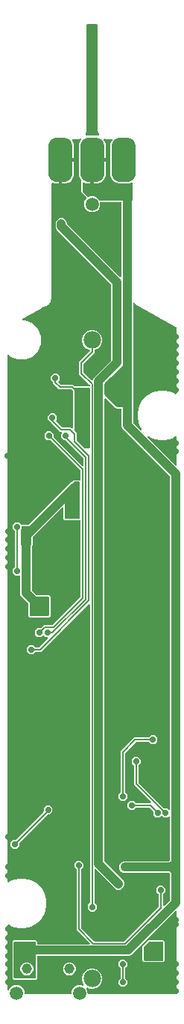
<source format=gbr>
G04 EAGLE Gerber RS-274X export*
G75*
%MOMM*%
%FSLAX34Y34*%
%LPD*%
%INBottom Copper*%
%IPPOS*%
%AMOC8*
5,1,8,0,0,1.08239X$1,22.5*%
G01*
%ADD10C,1.863000*%
%ADD11C,1.508000*%
%ADD12C,1.158000*%
%ADD13C,1.980000*%
%ADD14C,0.706400*%
%ADD15C,1.000000*%
%ADD16C,0.200000*%
%ADD17C,0.800000*%
%ADD18C,0.756400*%

G36*
X83250Y11440D02*
X83250Y11440D01*
X83314Y11439D01*
X83389Y11460D01*
X83465Y11471D01*
X83524Y11497D01*
X83586Y11514D01*
X83652Y11555D01*
X83722Y11587D01*
X83771Y11629D01*
X83826Y11662D01*
X83878Y11720D01*
X83936Y11770D01*
X83972Y11824D01*
X84015Y11872D01*
X84048Y11941D01*
X84091Y12006D01*
X84110Y12068D01*
X84138Y12125D01*
X84149Y12195D01*
X84173Y12276D01*
X84174Y12361D01*
X84185Y12430D01*
X84185Y14503D01*
X85565Y17835D01*
X88115Y20385D01*
X91447Y21765D01*
X95053Y21765D01*
X96490Y21170D01*
X96521Y21162D01*
X96550Y21147D01*
X96657Y21127D01*
X96763Y21100D01*
X96795Y21101D01*
X96827Y21095D01*
X96935Y21105D01*
X97045Y21109D01*
X97075Y21119D01*
X97107Y21122D01*
X97209Y21162D01*
X97313Y21196D01*
X97339Y21214D01*
X97369Y21226D01*
X97455Y21293D01*
X97546Y21355D01*
X97566Y21380D01*
X97592Y21400D01*
X97656Y21488D01*
X97725Y21573D01*
X97738Y21602D01*
X97757Y21628D01*
X97793Y21731D01*
X97837Y21832D01*
X97840Y21864D01*
X97851Y21894D01*
X97858Y22003D01*
X97871Y22112D01*
X97866Y22143D01*
X97868Y22176D01*
X97846Y22264D01*
X97826Y22390D01*
X97805Y22434D01*
X97795Y22475D01*
X96075Y26627D01*
X96075Y31173D01*
X97815Y35372D01*
X101028Y38585D01*
X105227Y40325D01*
X109773Y40325D01*
X113972Y38585D01*
X117185Y35372D01*
X118925Y31173D01*
X118925Y26627D01*
X117185Y22428D01*
X113972Y19215D01*
X109773Y17475D01*
X105227Y17475D01*
X102454Y18624D01*
X102423Y18632D01*
X102394Y18647D01*
X102287Y18667D01*
X102181Y18694D01*
X102149Y18693D01*
X102117Y18699D01*
X102008Y18689D01*
X101899Y18685D01*
X101868Y18675D01*
X101836Y18672D01*
X101735Y18631D01*
X101631Y18598D01*
X101604Y18579D01*
X101574Y18567D01*
X101488Y18500D01*
X101398Y18439D01*
X101377Y18414D01*
X101352Y18394D01*
X101288Y18305D01*
X101219Y18221D01*
X101206Y18191D01*
X101187Y18165D01*
X101150Y18063D01*
X101107Y17962D01*
X101103Y17930D01*
X101092Y17900D01*
X101086Y17790D01*
X101073Y17682D01*
X101078Y17650D01*
X101076Y17618D01*
X101097Y17530D01*
X101118Y17404D01*
X101139Y17360D01*
X101149Y17318D01*
X102315Y14503D01*
X102315Y12430D01*
X102324Y12366D01*
X102323Y12302D01*
X102344Y12227D01*
X102355Y12151D01*
X102381Y12092D01*
X102398Y12030D01*
X102439Y11964D01*
X102471Y11894D01*
X102513Y11845D01*
X102546Y11790D01*
X102604Y11738D01*
X102654Y11680D01*
X102708Y11644D01*
X102756Y11601D01*
X102825Y11568D01*
X102890Y11525D01*
X102952Y11506D01*
X103009Y11478D01*
X103079Y11467D01*
X103160Y11443D01*
X103245Y11442D01*
X103314Y11431D01*
X202570Y11431D01*
X202634Y11440D01*
X202698Y11439D01*
X202773Y11460D01*
X202849Y11471D01*
X202908Y11497D01*
X202970Y11514D01*
X203036Y11555D01*
X203106Y11587D01*
X203155Y11629D01*
X203210Y11662D01*
X203262Y11720D01*
X203320Y11770D01*
X203356Y11824D01*
X203399Y11872D01*
X203432Y11941D01*
X203475Y12006D01*
X203494Y12068D01*
X203522Y12125D01*
X203533Y12195D01*
X203557Y12276D01*
X203558Y12361D01*
X203569Y12430D01*
X203569Y104430D01*
X203565Y104461D01*
X203567Y104494D01*
X203545Y104601D01*
X203529Y104709D01*
X203516Y104738D01*
X203510Y104770D01*
X203458Y104866D01*
X203413Y104966D01*
X203392Y104990D01*
X203377Y105019D01*
X203301Y105097D01*
X203230Y105180D01*
X203203Y105198D01*
X203180Y105221D01*
X203085Y105274D01*
X202994Y105334D01*
X202963Y105344D01*
X202935Y105360D01*
X202828Y105385D01*
X202724Y105417D01*
X202692Y105417D01*
X202661Y105425D01*
X202551Y105419D01*
X202442Y105421D01*
X202411Y105412D01*
X202379Y105410D01*
X202276Y105374D01*
X202170Y105345D01*
X202143Y105328D01*
X202112Y105318D01*
X202039Y105265D01*
X201930Y105197D01*
X201898Y105161D01*
X201863Y105136D01*
X170958Y74231D01*
X170939Y74205D01*
X170914Y74184D01*
X170854Y74092D01*
X170789Y74005D01*
X170777Y73975D01*
X170760Y73948D01*
X170728Y73843D01*
X170689Y73741D01*
X170687Y73709D01*
X170677Y73678D01*
X170676Y73569D01*
X170667Y73460D01*
X170674Y73428D01*
X170673Y73396D01*
X170703Y73291D01*
X170725Y73184D01*
X170740Y73155D01*
X170749Y73124D01*
X170806Y73031D01*
X170857Y72935D01*
X170880Y72912D01*
X170897Y72884D01*
X170978Y72811D01*
X171054Y72733D01*
X171082Y72717D01*
X171106Y72695D01*
X171204Y72648D01*
X171300Y72594D01*
X171331Y72586D01*
X171360Y72572D01*
X171449Y72558D01*
X171574Y72529D01*
X171622Y72531D01*
X171664Y72525D01*
X188546Y72525D01*
X190025Y71046D01*
X190025Y48954D01*
X188546Y47475D01*
X166454Y47475D01*
X164975Y48954D01*
X164975Y65836D01*
X164971Y65867D01*
X164973Y65900D01*
X164951Y66007D01*
X164935Y66115D01*
X164922Y66144D01*
X164916Y66176D01*
X164864Y66272D01*
X164819Y66372D01*
X164798Y66396D01*
X164783Y66425D01*
X164707Y66503D01*
X164636Y66586D01*
X164609Y66604D01*
X164586Y66627D01*
X164491Y66680D01*
X164400Y66740D01*
X164369Y66750D01*
X164341Y66766D01*
X164234Y66791D01*
X164130Y66823D01*
X164098Y66823D01*
X164067Y66831D01*
X163957Y66825D01*
X163848Y66827D01*
X163817Y66818D01*
X163785Y66816D01*
X163682Y66780D01*
X163576Y66751D01*
X163549Y66734D01*
X163518Y66724D01*
X163445Y66671D01*
X163336Y66603D01*
X163304Y66567D01*
X163269Y66542D01*
X152196Y55469D01*
X149798Y54475D01*
X46024Y54475D01*
X45960Y54466D01*
X45896Y54467D01*
X45821Y54446D01*
X45745Y54435D01*
X45686Y54409D01*
X45624Y54392D01*
X45558Y54351D01*
X45488Y54319D01*
X45439Y54277D01*
X45384Y54244D01*
X45332Y54186D01*
X45274Y54136D01*
X45238Y54082D01*
X45195Y54034D01*
X45162Y53965D01*
X45119Y53900D01*
X45100Y53838D01*
X45072Y53781D01*
X45061Y53711D01*
X45037Y53630D01*
X45036Y53545D01*
X45025Y53476D01*
X45025Y28954D01*
X43546Y27475D01*
X18454Y27475D01*
X16975Y28954D01*
X16975Y71046D01*
X18454Y72525D01*
X27460Y72525D01*
X27554Y72538D01*
X27651Y72543D01*
X27690Y72557D01*
X32302Y72557D01*
X32323Y72549D01*
X32451Y72539D01*
X32540Y72525D01*
X43546Y72525D01*
X45025Y71046D01*
X45025Y68524D01*
X45034Y68460D01*
X45033Y68396D01*
X45054Y68321D01*
X45065Y68245D01*
X45091Y68186D01*
X45108Y68124D01*
X45149Y68058D01*
X45181Y67988D01*
X45223Y67939D01*
X45256Y67884D01*
X45314Y67832D01*
X45364Y67774D01*
X45418Y67738D01*
X45466Y67695D01*
X45535Y67662D01*
X45600Y67619D01*
X45662Y67600D01*
X45719Y67572D01*
X45789Y67561D01*
X45870Y67537D01*
X45955Y67536D01*
X46024Y67525D01*
X103992Y67525D01*
X104024Y67529D01*
X104056Y67527D01*
X104163Y67549D01*
X104272Y67565D01*
X104301Y67578D01*
X104333Y67584D01*
X104429Y67636D01*
X104529Y67681D01*
X104553Y67702D01*
X104581Y67717D01*
X104660Y67793D01*
X104743Y67864D01*
X104760Y67891D01*
X104784Y67914D01*
X104837Y68009D01*
X104897Y68100D01*
X104907Y68131D01*
X104923Y68159D01*
X104948Y68266D01*
X104980Y68370D01*
X104980Y68402D01*
X104988Y68433D01*
X104982Y68543D01*
X104983Y68652D01*
X104975Y68683D01*
X104973Y68715D01*
X104937Y68818D01*
X104908Y68924D01*
X104891Y68951D01*
X104881Y68982D01*
X104827Y69055D01*
X104760Y69164D01*
X104724Y69196D01*
X104699Y69231D01*
X89975Y83954D01*
X89975Y151960D01*
X89962Y152054D01*
X89957Y152151D01*
X89942Y152194D01*
X89935Y152239D01*
X89896Y152326D01*
X89864Y152417D01*
X89839Y152452D01*
X89819Y152496D01*
X89736Y152593D01*
X89683Y152666D01*
X87443Y154905D01*
X87443Y159095D01*
X90405Y162057D01*
X94595Y162057D01*
X97557Y159095D01*
X97557Y154905D01*
X95317Y152666D01*
X95260Y152589D01*
X95195Y152518D01*
X95175Y152477D01*
X95148Y152441D01*
X95114Y152350D01*
X95072Y152264D01*
X95066Y152222D01*
X95049Y152177D01*
X95039Y152049D01*
X95025Y151960D01*
X95025Y86460D01*
X95038Y86365D01*
X95043Y86269D01*
X95058Y86225D01*
X95065Y86180D01*
X95104Y86093D01*
X95136Y86002D01*
X95161Y85968D01*
X95181Y85924D01*
X95264Y85826D01*
X95317Y85753D01*
X109729Y71341D01*
X109806Y71284D01*
X109877Y71219D01*
X109918Y71199D01*
X109955Y71172D01*
X110045Y71138D01*
X110131Y71096D01*
X110173Y71090D01*
X110219Y71073D01*
X110346Y71063D01*
X110436Y71049D01*
X143924Y71049D01*
X144019Y71062D01*
X144115Y71067D01*
X144158Y71082D01*
X144203Y71089D01*
X144290Y71128D01*
X144381Y71160D01*
X144416Y71185D01*
X144460Y71205D01*
X144557Y71288D01*
X144630Y71341D01*
X182683Y109394D01*
X182740Y109470D01*
X182805Y109542D01*
X182825Y109583D01*
X182852Y109619D01*
X182886Y109709D01*
X182928Y109796D01*
X182934Y109838D01*
X182951Y109883D01*
X182961Y110011D01*
X182975Y110100D01*
X182975Y123960D01*
X182962Y124054D01*
X182957Y124151D01*
X182942Y124194D01*
X182935Y124239D01*
X182896Y124326D01*
X182864Y124417D01*
X182839Y124452D01*
X182819Y124496D01*
X182736Y124593D01*
X182683Y124666D01*
X180443Y126905D01*
X180443Y131095D01*
X183405Y134057D01*
X187595Y134057D01*
X190557Y131095D01*
X190557Y126905D01*
X188317Y124666D01*
X188260Y124589D01*
X188195Y124518D01*
X188175Y124477D01*
X188148Y124441D01*
X188114Y124350D01*
X188072Y124264D01*
X188066Y124222D01*
X188049Y124177D01*
X188039Y124049D01*
X188025Y123960D01*
X188025Y112164D01*
X188029Y112133D01*
X188027Y112100D01*
X188049Y111993D01*
X188065Y111885D01*
X188078Y111856D01*
X188084Y111824D01*
X188136Y111728D01*
X188181Y111628D01*
X188202Y111604D01*
X188217Y111575D01*
X188293Y111497D01*
X188364Y111414D01*
X188391Y111396D01*
X188414Y111373D01*
X188509Y111320D01*
X188600Y111260D01*
X188631Y111250D01*
X188659Y111234D01*
X188766Y111209D01*
X188870Y111177D01*
X188902Y111177D01*
X188933Y111169D01*
X189043Y111175D01*
X189152Y111173D01*
X189183Y111182D01*
X189215Y111184D01*
X189318Y111220D01*
X189424Y111249D01*
X189451Y111266D01*
X189482Y111276D01*
X189555Y111329D01*
X189664Y111397D01*
X189696Y111433D01*
X189731Y111458D01*
X195523Y117250D01*
X195580Y117327D01*
X195645Y117398D01*
X195665Y117439D01*
X195692Y117476D01*
X195726Y117566D01*
X195768Y117652D01*
X195774Y117694D01*
X195791Y117739D01*
X195801Y117867D01*
X195815Y117957D01*
X195815Y146883D01*
X195802Y146979D01*
X195797Y147075D01*
X195782Y147118D01*
X195775Y147163D01*
X195736Y147250D01*
X195704Y147341D01*
X195679Y147376D01*
X195659Y147420D01*
X195576Y147517D01*
X195523Y147590D01*
X194930Y148183D01*
X194853Y148240D01*
X194782Y148305D01*
X194741Y148325D01*
X194704Y148352D01*
X194615Y148386D01*
X194528Y148428D01*
X194486Y148434D01*
X194441Y148451D01*
X194313Y148461D01*
X194223Y148475D01*
X143702Y148475D01*
X141304Y149469D01*
X139469Y151304D01*
X138475Y153702D01*
X138475Y156298D01*
X139469Y158696D01*
X141304Y160531D01*
X143702Y161525D01*
X194223Y161525D01*
X194319Y161538D01*
X194415Y161543D01*
X194458Y161558D01*
X194503Y161565D01*
X194590Y161604D01*
X194681Y161636D01*
X194716Y161661D01*
X194760Y161681D01*
X194857Y161764D01*
X194930Y161817D01*
X195523Y162410D01*
X195580Y162487D01*
X195645Y162558D01*
X195665Y162599D01*
X195692Y162635D01*
X195726Y162725D01*
X195768Y162812D01*
X195774Y162854D01*
X195791Y162899D01*
X195801Y163027D01*
X195815Y163117D01*
X195815Y211252D01*
X195811Y211284D01*
X195813Y211316D01*
X195791Y211423D01*
X195775Y211531D01*
X195762Y211560D01*
X195756Y211592D01*
X195704Y211688D01*
X195659Y211788D01*
X195638Y211812D01*
X195623Y211841D01*
X195547Y211919D01*
X195476Y212002D01*
X195449Y212020D01*
X195426Y212043D01*
X195331Y212097D01*
X195240Y212156D01*
X195209Y212166D01*
X195181Y212182D01*
X195075Y212207D01*
X194970Y212239D01*
X194938Y212239D01*
X194907Y212247D01*
X194797Y212241D01*
X194688Y212243D01*
X194657Y212234D01*
X194625Y212232D01*
X194522Y212197D01*
X194416Y212167D01*
X194389Y212150D01*
X194358Y212140D01*
X194285Y212087D01*
X194176Y212019D01*
X194144Y211983D01*
X194109Y211958D01*
X193095Y210943D01*
X188905Y210943D01*
X187361Y212488D01*
X187309Y212526D01*
X187265Y212572D01*
X187197Y212611D01*
X187135Y212657D01*
X187075Y212680D01*
X187019Y212712D01*
X186944Y212729D01*
X186871Y212757D01*
X186807Y212762D01*
X186745Y212776D01*
X186667Y212773D01*
X186590Y212778D01*
X186527Y212765D01*
X186463Y212762D01*
X186390Y212737D01*
X186314Y212721D01*
X186257Y212691D01*
X186197Y212670D01*
X186140Y212628D01*
X186065Y212588D01*
X186004Y212529D01*
X185948Y212488D01*
X184403Y210943D01*
X180214Y210943D01*
X177252Y213905D01*
X177252Y217516D01*
X177238Y217611D01*
X177233Y217707D01*
X177218Y217751D01*
X177212Y217796D01*
X177172Y217883D01*
X177141Y217974D01*
X177116Y218008D01*
X177096Y218052D01*
X177012Y218150D01*
X176959Y218223D01*
X172999Y222183D01*
X172923Y222240D01*
X172851Y222305D01*
X172810Y222325D01*
X172774Y222352D01*
X172684Y222386D01*
X172597Y222428D01*
X172555Y222434D01*
X172510Y222451D01*
X172382Y222461D01*
X172293Y222475D01*
X157540Y222475D01*
X157446Y222462D01*
X157349Y222457D01*
X157306Y222442D01*
X157261Y222435D01*
X157174Y222396D01*
X157083Y222364D01*
X157048Y222339D01*
X157004Y222319D01*
X156907Y222236D01*
X156834Y222183D01*
X154595Y219943D01*
X150405Y219943D01*
X147443Y222905D01*
X147443Y227095D01*
X150405Y230057D01*
X154595Y230057D01*
X156834Y227817D01*
X156911Y227760D01*
X156982Y227695D01*
X157023Y227675D01*
X157059Y227648D01*
X157150Y227614D01*
X157236Y227572D01*
X157278Y227566D01*
X157323Y227549D01*
X157451Y227539D01*
X157540Y227525D01*
X173492Y227525D01*
X173524Y227529D01*
X173556Y227527D01*
X173663Y227549D01*
X173772Y227565D01*
X173801Y227578D01*
X173833Y227584D01*
X173929Y227636D01*
X174029Y227681D01*
X174053Y227702D01*
X174081Y227717D01*
X174160Y227793D01*
X174243Y227864D01*
X174260Y227891D01*
X174284Y227914D01*
X174337Y228009D01*
X174397Y228100D01*
X174407Y228131D01*
X174423Y228159D01*
X174448Y228266D01*
X174480Y228370D01*
X174480Y228402D01*
X174488Y228433D01*
X174482Y228543D01*
X174483Y228652D01*
X174475Y228683D01*
X174473Y228715D01*
X174437Y228818D01*
X174408Y228924D01*
X174391Y228951D01*
X174381Y228982D01*
X174327Y229055D01*
X174260Y229164D01*
X174224Y229196D01*
X174199Y229231D01*
X154919Y248510D01*
X154919Y269460D01*
X154906Y269555D01*
X154901Y269651D01*
X154886Y269694D01*
X154879Y269739D01*
X154840Y269826D01*
X154808Y269917D01*
X154783Y269952D01*
X154763Y269996D01*
X154680Y270093D01*
X154627Y270166D01*
X152387Y272405D01*
X152387Y276595D01*
X155349Y279557D01*
X159539Y279557D01*
X162501Y276595D01*
X162501Y272405D01*
X160261Y270166D01*
X160204Y270089D01*
X160139Y270018D01*
X160119Y269977D01*
X160092Y269941D01*
X160058Y269851D01*
X160016Y269764D01*
X160010Y269722D01*
X159993Y269677D01*
X159983Y269549D01*
X159969Y269460D01*
X159969Y251016D01*
X159982Y250921D01*
X159987Y250825D01*
X160002Y250781D01*
X160009Y250736D01*
X160048Y250649D01*
X160080Y250558D01*
X160105Y250524D01*
X160125Y250480D01*
X160208Y250382D01*
X160261Y250309D01*
X189221Y221349D01*
X189298Y221292D01*
X189369Y221227D01*
X189410Y221207D01*
X189447Y221180D01*
X189537Y221146D01*
X189623Y221104D01*
X189665Y221098D01*
X189711Y221081D01*
X189838Y221071D01*
X189928Y221057D01*
X193095Y221057D01*
X194109Y220042D01*
X194135Y220022D01*
X194156Y219998D01*
X194248Y219938D01*
X194335Y219873D01*
X194365Y219861D01*
X194392Y219844D01*
X194497Y219812D01*
X194599Y219773D01*
X194631Y219771D01*
X194662Y219761D01*
X194771Y219760D01*
X194880Y219751D01*
X194912Y219758D01*
X194944Y219757D01*
X195049Y219787D01*
X195156Y219809D01*
X195185Y219824D01*
X195216Y219833D01*
X195309Y219890D01*
X195405Y219941D01*
X195428Y219964D01*
X195456Y219981D01*
X195529Y220062D01*
X195607Y220138D01*
X195623Y220166D01*
X195645Y220190D01*
X195692Y220288D01*
X195746Y220383D01*
X195754Y220415D01*
X195768Y220444D01*
X195782Y220533D01*
X195811Y220658D01*
X195809Y220706D01*
X195815Y220748D01*
X195815Y596883D01*
X195802Y596978D01*
X195797Y597075D01*
X195782Y597118D01*
X195775Y597163D01*
X195736Y597250D01*
X195704Y597341D01*
X195679Y597375D01*
X195659Y597420D01*
X195576Y597517D01*
X195523Y597590D01*
X141969Y651144D01*
X140975Y653542D01*
X140975Y672476D01*
X140966Y672540D01*
X140967Y672604D01*
X140946Y672679D01*
X140935Y672755D01*
X140909Y672814D01*
X140892Y672876D01*
X140851Y672942D01*
X140819Y673012D01*
X140777Y673061D01*
X140744Y673116D01*
X140686Y673168D01*
X140636Y673226D01*
X140582Y673262D01*
X140534Y673305D01*
X140465Y673338D01*
X140400Y673381D01*
X140338Y673400D01*
X140281Y673428D01*
X140211Y673439D01*
X140130Y673463D01*
X140045Y673464D01*
X139976Y673475D01*
X136202Y673475D01*
X133804Y674469D01*
X124328Y683944D01*
X124328Y683945D01*
X123255Y685018D01*
X123229Y685037D01*
X123208Y685062D01*
X123116Y685122D01*
X123029Y685187D01*
X122999Y685199D01*
X122972Y685216D01*
X122867Y685248D01*
X122765Y685287D01*
X122733Y685289D01*
X122702Y685299D01*
X122593Y685300D01*
X122484Y685309D01*
X122452Y685302D01*
X122420Y685303D01*
X122315Y685273D01*
X122208Y685251D01*
X122179Y685236D01*
X122148Y685227D01*
X122055Y685170D01*
X121959Y685119D01*
X121936Y685096D01*
X121908Y685079D01*
X121835Y684998D01*
X121757Y684922D01*
X121741Y684894D01*
X121719Y684870D01*
X121672Y684772D01*
X121618Y684677D01*
X121610Y684645D01*
X121596Y684616D01*
X121582Y684527D01*
X121553Y684402D01*
X121555Y684354D01*
X121549Y684312D01*
X121549Y161593D01*
X121562Y161498D01*
X121567Y161401D01*
X121582Y161358D01*
X121589Y161313D01*
X121628Y161226D01*
X121660Y161135D01*
X121685Y161101D01*
X121705Y161056D01*
X121788Y160959D01*
X121841Y160886D01*
X143031Y139696D01*
X144025Y137298D01*
X144025Y134702D01*
X143031Y132304D01*
X141196Y130469D01*
X138798Y129475D01*
X136202Y129475D01*
X133804Y130469D01*
X111731Y152542D01*
X111705Y152561D01*
X111684Y152586D01*
X111592Y152646D01*
X111505Y152711D01*
X111475Y152723D01*
X111448Y152740D01*
X111343Y152772D01*
X111241Y152811D01*
X111209Y152813D01*
X111178Y152823D01*
X111069Y152824D01*
X110960Y152833D01*
X110928Y152826D01*
X110896Y152827D01*
X110791Y152797D01*
X110684Y152775D01*
X110655Y152760D01*
X110624Y152751D01*
X110531Y152694D01*
X110435Y152643D01*
X110412Y152620D01*
X110384Y152603D01*
X110311Y152522D01*
X110233Y152446D01*
X110217Y152418D01*
X110195Y152394D01*
X110148Y152296D01*
X110094Y152200D01*
X110086Y152169D01*
X110072Y152140D01*
X110058Y152051D01*
X110029Y151926D01*
X110031Y151878D01*
X110025Y151836D01*
X110025Y115040D01*
X110038Y114946D01*
X110043Y114849D01*
X110058Y114806D01*
X110065Y114761D01*
X110104Y114674D01*
X110136Y114583D01*
X110161Y114548D01*
X110181Y114504D01*
X110264Y114407D01*
X110317Y114334D01*
X112557Y112095D01*
X112557Y107905D01*
X109595Y104943D01*
X105405Y104943D01*
X102443Y107905D01*
X102443Y112095D01*
X104683Y114334D01*
X104740Y114411D01*
X104805Y114482D01*
X104825Y114523D01*
X104852Y114559D01*
X104886Y114650D01*
X104928Y114736D01*
X104934Y114778D01*
X104951Y114823D01*
X104961Y114951D01*
X104975Y115040D01*
X104975Y451492D01*
X104971Y451524D01*
X104973Y451556D01*
X104951Y451663D01*
X104935Y451772D01*
X104922Y451801D01*
X104916Y451833D01*
X104864Y451929D01*
X104819Y452029D01*
X104798Y452053D01*
X104783Y452081D01*
X104707Y452160D01*
X104636Y452243D01*
X104609Y452260D01*
X104586Y452284D01*
X104491Y452337D01*
X104400Y452397D01*
X104369Y452407D01*
X104341Y452423D01*
X104234Y452448D01*
X104130Y452480D01*
X104098Y452480D01*
X104067Y452488D01*
X103957Y452482D01*
X103848Y452483D01*
X103817Y452475D01*
X103785Y452473D01*
X103682Y452437D01*
X103576Y452408D01*
X103549Y452391D01*
X103518Y452381D01*
X103445Y452327D01*
X103336Y452260D01*
X103304Y452224D01*
X103269Y452199D01*
X51317Y400247D01*
X49546Y398475D01*
X43540Y398475D01*
X43446Y398462D01*
X43349Y398457D01*
X43306Y398442D01*
X43261Y398435D01*
X43174Y398396D01*
X43083Y398364D01*
X43048Y398339D01*
X43004Y398319D01*
X42907Y398236D01*
X42834Y398183D01*
X40595Y395943D01*
X36405Y395943D01*
X33443Y398905D01*
X33443Y403095D01*
X36405Y406057D01*
X40595Y406057D01*
X42834Y403817D01*
X42911Y403760D01*
X42982Y403695D01*
X43023Y403675D01*
X43059Y403648D01*
X43150Y403614D01*
X43236Y403572D01*
X43278Y403566D01*
X43323Y403549D01*
X43451Y403539D01*
X43540Y403525D01*
X47040Y403525D01*
X47135Y403538D01*
X47231Y403543D01*
X47275Y403558D01*
X47320Y403565D01*
X47407Y403604D01*
X47498Y403636D01*
X47532Y403661D01*
X47576Y403681D01*
X47674Y403764D01*
X47747Y403817D01*
X57167Y413237D01*
X57186Y413263D01*
X57211Y413284D01*
X57271Y413376D01*
X57336Y413463D01*
X57348Y413493D01*
X57365Y413520D01*
X57397Y413625D01*
X57436Y413727D01*
X57438Y413759D01*
X57448Y413790D01*
X57449Y413899D01*
X57458Y414008D01*
X57451Y414040D01*
X57451Y414072D01*
X57422Y414177D01*
X57400Y414284D01*
X57385Y414313D01*
X57376Y414344D01*
X57319Y414437D01*
X57267Y414533D01*
X57245Y414556D01*
X57228Y414584D01*
X57147Y414657D01*
X57071Y414735D01*
X57043Y414751D01*
X57019Y414773D01*
X56920Y414820D01*
X56825Y414874D01*
X56794Y414882D01*
X56765Y414896D01*
X56676Y414910D01*
X56551Y414939D01*
X56502Y414937D01*
X56460Y414943D01*
X54777Y414943D01*
X52893Y416828D01*
X52841Y416867D01*
X52796Y416913D01*
X52729Y416951D01*
X52667Y416997D01*
X52607Y417020D01*
X52551Y417052D01*
X52476Y417070D01*
X52403Y417097D01*
X52339Y417102D01*
X52276Y417117D01*
X52199Y417113D01*
X52122Y417119D01*
X52059Y417106D01*
X51995Y417102D01*
X51922Y417077D01*
X51846Y417061D01*
X51789Y417031D01*
X51728Y417010D01*
X51672Y416968D01*
X51597Y416929D01*
X51536Y416870D01*
X51479Y416828D01*
X49595Y414943D01*
X45405Y414943D01*
X42443Y417905D01*
X42443Y422095D01*
X45405Y425057D01*
X48572Y425057D01*
X48667Y425070D01*
X48763Y425075D01*
X48807Y425090D01*
X48852Y425097D01*
X48939Y425136D01*
X49030Y425168D01*
X49064Y425193D01*
X49108Y425213D01*
X49206Y425296D01*
X49279Y425349D01*
X52954Y429025D01*
X62540Y429025D01*
X62635Y429038D01*
X62731Y429043D01*
X62775Y429058D01*
X62820Y429065D01*
X62907Y429104D01*
X62998Y429136D01*
X63032Y429161D01*
X63076Y429181D01*
X63174Y429264D01*
X63247Y429317D01*
X94111Y460181D01*
X94168Y460258D01*
X94233Y460329D01*
X94253Y460370D01*
X94280Y460407D01*
X94314Y460497D01*
X94356Y460583D01*
X94362Y460625D01*
X94379Y460671D01*
X94389Y460798D01*
X94403Y460888D01*
X94403Y546476D01*
X94394Y546540D01*
X94395Y546604D01*
X94374Y546679D01*
X94363Y546755D01*
X94337Y546814D01*
X94320Y546876D01*
X94279Y546942D01*
X94247Y547012D01*
X94205Y547061D01*
X94172Y547116D01*
X94114Y547168D01*
X94064Y547226D01*
X94010Y547262D01*
X93962Y547305D01*
X93893Y547338D01*
X93828Y547381D01*
X93766Y547400D01*
X93709Y547428D01*
X93639Y547439D01*
X93558Y547463D01*
X93473Y547464D01*
X93404Y547475D01*
X76454Y547475D01*
X74975Y548954D01*
X74975Y560836D01*
X74971Y560867D01*
X74973Y560900D01*
X74951Y561007D01*
X74935Y561115D01*
X74922Y561144D01*
X74916Y561176D01*
X74864Y561272D01*
X74819Y561372D01*
X74798Y561396D01*
X74783Y561425D01*
X74707Y561503D01*
X74636Y561586D01*
X74609Y561604D01*
X74586Y561627D01*
X74491Y561680D01*
X74400Y561740D01*
X74369Y561750D01*
X74341Y561766D01*
X74234Y561791D01*
X74130Y561823D01*
X74098Y561823D01*
X74067Y561831D01*
X73957Y561825D01*
X73848Y561827D01*
X73817Y561818D01*
X73785Y561816D01*
X73682Y561780D01*
X73576Y561751D01*
X73549Y561734D01*
X73518Y561724D01*
X73445Y561671D01*
X73336Y561603D01*
X73304Y561567D01*
X73269Y561542D01*
X40317Y528590D01*
X40260Y528513D01*
X40195Y528442D01*
X40175Y528401D01*
X40148Y528364D01*
X40114Y528274D01*
X40072Y528188D01*
X40066Y528146D01*
X40049Y528101D01*
X40039Y527973D01*
X40025Y527883D01*
X40025Y518954D01*
X39317Y518247D01*
X39260Y518170D01*
X39195Y518099D01*
X39175Y518058D01*
X39148Y518021D01*
X39114Y517931D01*
X39072Y517845D01*
X39066Y517803D01*
X39049Y517757D01*
X39039Y517630D01*
X39025Y517540D01*
X39025Y468117D01*
X39038Y468022D01*
X39043Y467925D01*
X39058Y467882D01*
X39065Y467837D01*
X39104Y467750D01*
X39136Y467659D01*
X39161Y467625D01*
X39181Y467580D01*
X39262Y467486D01*
X39285Y467448D01*
X39298Y467436D01*
X39317Y467410D01*
X43910Y462817D01*
X43987Y462760D01*
X44058Y462695D01*
X44099Y462675D01*
X44136Y462648D01*
X44226Y462614D01*
X44312Y462572D01*
X44354Y462566D01*
X44399Y462549D01*
X44527Y462539D01*
X44617Y462525D01*
X58546Y462525D01*
X60025Y461046D01*
X60025Y438954D01*
X58546Y437475D01*
X36454Y437475D01*
X34975Y438954D01*
X34975Y452883D01*
X34962Y452978D01*
X34957Y453075D01*
X34942Y453118D01*
X34935Y453163D01*
X34896Y453250D01*
X34864Y453341D01*
X34839Y453375D01*
X34819Y453420D01*
X34736Y453517D01*
X34683Y453590D01*
X26969Y461304D01*
X25975Y463702D01*
X25975Y483968D01*
X25971Y484000D01*
X25973Y484032D01*
X25951Y484139D01*
X25935Y484247D01*
X25922Y484276D01*
X25915Y484308D01*
X25864Y484405D01*
X25819Y484504D01*
X25798Y484528D01*
X25783Y484557D01*
X25707Y484635D01*
X25636Y484718D01*
X25609Y484736D01*
X25586Y484759D01*
X25491Y484813D01*
X25400Y484872D01*
X25369Y484882D01*
X25340Y484898D01*
X25234Y484923D01*
X25130Y484955D01*
X25098Y484955D01*
X25066Y484963D01*
X24957Y484957D01*
X24848Y484959D01*
X24817Y484950D01*
X24784Y484948D01*
X24770Y484943D01*
X20349Y484943D01*
X17387Y487905D01*
X17387Y492095D01*
X19683Y494390D01*
X19693Y494404D01*
X19698Y494408D01*
X19709Y494425D01*
X19740Y494467D01*
X19805Y494538D01*
X19825Y494579D01*
X19852Y494615D01*
X19886Y494706D01*
X19928Y494792D01*
X19934Y494834D01*
X19951Y494879D01*
X19961Y495007D01*
X19975Y495096D01*
X19975Y534904D01*
X19962Y534998D01*
X19957Y535095D01*
X19942Y535138D01*
X19935Y535183D01*
X19896Y535270D01*
X19864Y535361D01*
X19839Y535396D01*
X19819Y535440D01*
X19736Y535537D01*
X19683Y535610D01*
X17387Y537905D01*
X17387Y542095D01*
X20349Y545057D01*
X24539Y545057D01*
X26778Y542817D01*
X26855Y542760D01*
X26926Y542695D01*
X26967Y542675D01*
X27003Y542648D01*
X27094Y542614D01*
X27180Y542572D01*
X27222Y542566D01*
X27267Y542549D01*
X27395Y542539D01*
X27484Y542525D01*
X35383Y542525D01*
X35478Y542538D01*
X35575Y542543D01*
X35618Y542558D01*
X35663Y542565D01*
X35750Y542604D01*
X35841Y542636D01*
X35875Y542661D01*
X35920Y542681D01*
X36017Y542764D01*
X36090Y542817D01*
X83804Y590531D01*
X84742Y590920D01*
X84778Y590941D01*
X84817Y590955D01*
X84886Y591005D01*
X84984Y591063D01*
X85025Y591106D01*
X85066Y591136D01*
X86454Y592525D01*
X93404Y592525D01*
X93468Y592534D01*
X93532Y592533D01*
X93607Y592554D01*
X93683Y592565D01*
X93742Y592591D01*
X93804Y592608D01*
X93870Y592649D01*
X93940Y592681D01*
X93989Y592723D01*
X94044Y592756D01*
X94096Y592814D01*
X94154Y592864D01*
X94190Y592918D01*
X94233Y592966D01*
X94266Y593035D01*
X94309Y593100D01*
X94328Y593162D01*
X94356Y593219D01*
X94367Y593289D01*
X94391Y593370D01*
X94392Y593455D01*
X94403Y593524D01*
X94403Y603068D01*
X94390Y603163D01*
X94385Y603259D01*
X94370Y603303D01*
X94363Y603348D01*
X94324Y603435D01*
X94292Y603526D01*
X94267Y603560D01*
X94247Y603604D01*
X94164Y603702D01*
X94111Y603775D01*
X60435Y637451D01*
X60358Y637508D01*
X60287Y637573D01*
X60246Y637593D01*
X60209Y637620D01*
X60119Y637654D01*
X60033Y637696D01*
X59991Y637702D01*
X59945Y637719D01*
X59818Y637729D01*
X59728Y637743D01*
X56561Y637743D01*
X53599Y640705D01*
X53599Y644895D01*
X56561Y647857D01*
X60751Y647857D01*
X63713Y644895D01*
X63713Y641728D01*
X63726Y641633D01*
X63731Y641537D01*
X63746Y641493D01*
X63753Y641448D01*
X63792Y641361D01*
X63824Y641270D01*
X63849Y641236D01*
X63869Y641192D01*
X63952Y641094D01*
X64005Y641021D01*
X96221Y608805D01*
X96247Y608786D01*
X96268Y608761D01*
X96360Y608701D01*
X96447Y608636D01*
X96477Y608624D01*
X96504Y608607D01*
X96609Y608575D01*
X96711Y608536D01*
X96743Y608534D01*
X96774Y608524D01*
X96883Y608523D01*
X96992Y608514D01*
X97024Y608521D01*
X97056Y608521D01*
X97161Y608550D01*
X97268Y608572D01*
X97297Y608587D01*
X97328Y608596D01*
X97421Y608653D01*
X97517Y608705D01*
X97540Y608727D01*
X97568Y608744D01*
X97641Y608825D01*
X97719Y608901D01*
X97735Y608929D01*
X97757Y608953D01*
X97804Y609052D01*
X97858Y609147D01*
X97866Y609178D01*
X97880Y609207D01*
X97894Y609296D01*
X97923Y609421D01*
X97921Y609470D01*
X97927Y609512D01*
X97927Y617040D01*
X97919Y617098D01*
X97919Y617104D01*
X97917Y617111D01*
X97914Y617135D01*
X97909Y617231D01*
X97894Y617274D01*
X97887Y617319D01*
X97848Y617407D01*
X97816Y617498D01*
X97791Y617532D01*
X97771Y617576D01*
X97688Y617674D01*
X97635Y617747D01*
X88199Y627183D01*
X88122Y627240D01*
X88050Y627305D01*
X88009Y627325D01*
X87973Y627352D01*
X87883Y627386D01*
X87797Y627428D01*
X87755Y627434D01*
X87709Y627451D01*
X87582Y627461D01*
X87492Y627475D01*
X87454Y627475D01*
X85975Y628954D01*
X85975Y628992D01*
X85966Y629054D01*
X85967Y629095D01*
X85960Y629121D01*
X85957Y629183D01*
X85942Y629226D01*
X85935Y629271D01*
X85896Y629359D01*
X85864Y629450D01*
X85839Y629484D01*
X85819Y629528D01*
X85736Y629626D01*
X85683Y629699D01*
X77731Y637651D01*
X77654Y637708D01*
X77582Y637773D01*
X77541Y637793D01*
X77505Y637820D01*
X77415Y637854D01*
X77329Y637896D01*
X77287Y637902D01*
X77241Y637919D01*
X77114Y637929D01*
X77024Y637943D01*
X75405Y637943D01*
X72443Y640905D01*
X72443Y645095D01*
X73118Y645769D01*
X73138Y645795D01*
X73162Y645816D01*
X73222Y645908D01*
X73287Y645995D01*
X73299Y646025D01*
X73316Y646052D01*
X73348Y646157D01*
X73387Y646259D01*
X73389Y646291D01*
X73399Y646322D01*
X73400Y646431D01*
X73409Y646540D01*
X73402Y646572D01*
X73403Y646604D01*
X73373Y646709D01*
X73351Y646816D01*
X73336Y646845D01*
X73327Y646876D01*
X73270Y646969D01*
X73219Y647065D01*
X73196Y647088D01*
X73179Y647116D01*
X73098Y647189D01*
X73022Y647267D01*
X72994Y647283D01*
X72970Y647305D01*
X72872Y647352D01*
X72777Y647406D01*
X72745Y647414D01*
X72716Y647428D01*
X72627Y647442D01*
X72502Y647471D01*
X72454Y647469D01*
X72412Y647475D01*
X71454Y647475D01*
X61179Y657751D01*
X61102Y657808D01*
X61031Y657873D01*
X60990Y657893D01*
X60953Y657920D01*
X60863Y657954D01*
X60777Y657996D01*
X60735Y658002D01*
X60689Y658019D01*
X60562Y658029D01*
X60472Y658043D01*
X60235Y658043D01*
X57273Y661005D01*
X57273Y665195D01*
X60235Y668157D01*
X64425Y668157D01*
X67387Y665195D01*
X67387Y661005D01*
X66932Y660551D01*
X66894Y660500D01*
X66848Y660455D01*
X66810Y660388D01*
X66763Y660326D01*
X66741Y660266D01*
X66709Y660210D01*
X66691Y660134D01*
X66664Y660062D01*
X66659Y659998D01*
X66644Y659935D01*
X66648Y659858D01*
X66642Y659781D01*
X66655Y659718D01*
X66658Y659653D01*
X66684Y659580D01*
X66699Y659504D01*
X66730Y659448D01*
X66751Y659387D01*
X66792Y659330D01*
X66832Y659255D01*
X66891Y659195D01*
X66932Y659138D01*
X73253Y652817D01*
X73330Y652760D01*
X73401Y652695D01*
X73442Y652675D01*
X73479Y652648D01*
X73569Y652614D01*
X73655Y652572D01*
X73697Y652566D01*
X73743Y652549D01*
X73870Y652539D01*
X73960Y652525D01*
X83546Y652525D01*
X84269Y651801D01*
X84295Y651782D01*
X84316Y651757D01*
X84408Y651697D01*
X84495Y651632D01*
X84525Y651620D01*
X84552Y651603D01*
X84657Y651571D01*
X84759Y651532D01*
X84791Y651530D01*
X84822Y651520D01*
X84931Y651519D01*
X85040Y651510D01*
X85072Y651517D01*
X85104Y651517D01*
X85209Y651546D01*
X85316Y651568D01*
X85345Y651583D01*
X85376Y651592D01*
X85469Y651649D01*
X85565Y651701D01*
X85588Y651723D01*
X85616Y651740D01*
X85689Y651821D01*
X85767Y651897D01*
X85783Y651925D01*
X85805Y651949D01*
X85852Y652047D01*
X85906Y652143D01*
X85914Y652174D01*
X85928Y652203D01*
X85942Y652292D01*
X85971Y652417D01*
X85969Y652465D01*
X85975Y652508D01*
X85975Y692740D01*
X85962Y692835D01*
X85957Y692931D01*
X85942Y692975D01*
X85935Y693020D01*
X85896Y693107D01*
X85864Y693198D01*
X85839Y693232D01*
X85819Y693276D01*
X85736Y693374D01*
X85683Y693447D01*
X83947Y695183D01*
X83870Y695240D01*
X83799Y695305D01*
X83758Y695325D01*
X83721Y695352D01*
X83631Y695386D01*
X83545Y695428D01*
X83503Y695434D01*
X83457Y695451D01*
X83330Y695461D01*
X83240Y695475D01*
X70154Y695475D01*
X63155Y702474D01*
X63155Y702904D01*
X63142Y702999D01*
X63137Y703095D01*
X63122Y703138D01*
X63115Y703183D01*
X63076Y703271D01*
X63074Y703278D01*
X63064Y703311D01*
X63059Y703320D01*
X63044Y703362D01*
X63019Y703396D01*
X62999Y703440D01*
X62947Y703501D01*
X62916Y703551D01*
X62886Y703578D01*
X62863Y703611D01*
X60623Y705850D01*
X60623Y710039D01*
X63585Y713001D01*
X67775Y713001D01*
X70737Y710039D01*
X70737Y705850D01*
X69535Y704648D01*
X69497Y704597D01*
X69451Y704552D01*
X69412Y704485D01*
X69366Y704423D01*
X69343Y704363D01*
X69312Y704307D01*
X69294Y704231D01*
X69266Y704159D01*
X69261Y704095D01*
X69247Y704032D01*
X69251Y703955D01*
X69245Y703878D01*
X69258Y703815D01*
X69261Y703751D01*
X69286Y703678D01*
X69302Y703602D01*
X69332Y703545D01*
X69353Y703484D01*
X69395Y703428D01*
X69435Y703353D01*
X69490Y703296D01*
X69505Y703271D01*
X69516Y703261D01*
X69535Y703235D01*
X71953Y700817D01*
X72030Y700760D01*
X72101Y700695D01*
X72142Y700675D01*
X72179Y700648D01*
X72269Y700614D01*
X72355Y700572D01*
X72397Y700566D01*
X72443Y700549D01*
X72570Y700539D01*
X72660Y700525D01*
X85746Y700525D01*
X87453Y698817D01*
X87530Y698760D01*
X87601Y698695D01*
X87642Y698675D01*
X87679Y698648D01*
X87769Y698614D01*
X87855Y698572D01*
X87897Y698566D01*
X87943Y698549D01*
X88070Y698539D01*
X88160Y698525D01*
X103976Y698525D01*
X104040Y698534D01*
X104104Y698533D01*
X104179Y698554D01*
X104255Y698565D01*
X104314Y698591D01*
X104376Y698608D01*
X104442Y698649D01*
X104512Y698681D01*
X104561Y698723D01*
X104616Y698756D01*
X104668Y698814D01*
X104726Y698864D01*
X104762Y698918D01*
X104805Y698966D01*
X104838Y699035D01*
X104881Y699100D01*
X104900Y699162D01*
X104928Y699219D01*
X104939Y699289D01*
X104963Y699370D01*
X104964Y699455D01*
X104975Y699524D01*
X104975Y699940D01*
X104967Y700002D01*
X104967Y700042D01*
X104960Y700067D01*
X104957Y700131D01*
X104942Y700175D01*
X104935Y700220D01*
X104896Y700307D01*
X104864Y700398D01*
X104839Y700432D01*
X104819Y700476D01*
X104736Y700574D01*
X104683Y700647D01*
X92919Y712410D01*
X92919Y726554D01*
X104683Y738318D01*
X104740Y738394D01*
X104805Y738466D01*
X104825Y738507D01*
X104852Y738543D01*
X104886Y738633D01*
X104928Y738720D01*
X104934Y738762D01*
X104951Y738807D01*
X104961Y738935D01*
X104975Y739024D01*
X104975Y739112D01*
X104974Y739121D01*
X104975Y739131D01*
X104954Y739261D01*
X104935Y739391D01*
X104932Y739400D01*
X104930Y739409D01*
X104873Y739529D01*
X104819Y739648D01*
X104813Y739655D01*
X104809Y739664D01*
X104721Y739763D01*
X104636Y739862D01*
X104628Y739868D01*
X104622Y739875D01*
X104556Y739915D01*
X104400Y740017D01*
X104377Y740024D01*
X104358Y740035D01*
X101028Y741415D01*
X97815Y744628D01*
X96075Y748827D01*
X96075Y753373D01*
X97815Y757572D01*
X101028Y760785D01*
X105227Y762525D01*
X109773Y762525D01*
X113972Y760785D01*
X117185Y757572D01*
X118925Y753373D01*
X118925Y748827D01*
X117185Y744628D01*
X113972Y741415D01*
X110642Y740035D01*
X110633Y740030D01*
X110624Y740028D01*
X110512Y739959D01*
X110399Y739892D01*
X110392Y739885D01*
X110384Y739880D01*
X110296Y739782D01*
X110206Y739686D01*
X110202Y739677D01*
X110195Y739670D01*
X110138Y739552D01*
X110078Y739434D01*
X110076Y739425D01*
X110072Y739417D01*
X110060Y739341D01*
X110026Y739157D01*
X110028Y739133D01*
X110025Y739112D01*
X110025Y736519D01*
X98261Y724755D01*
X98204Y724679D01*
X98139Y724607D01*
X98119Y724566D01*
X98092Y724530D01*
X98058Y724440D01*
X98016Y724353D01*
X98010Y724311D01*
X97993Y724266D01*
X97983Y724138D01*
X97969Y724049D01*
X97969Y714916D01*
X97982Y714821D01*
X97987Y714725D01*
X98002Y714681D01*
X98009Y714636D01*
X98048Y714549D01*
X98080Y714458D01*
X98105Y714424D01*
X98125Y714380D01*
X98184Y714310D01*
X98213Y714263D01*
X98239Y714240D01*
X98261Y714209D01*
X106813Y705658D01*
X106907Y705587D01*
X106999Y705511D01*
X107020Y705502D01*
X107038Y705489D01*
X107149Y705447D01*
X107258Y705400D01*
X107281Y705397D01*
X107302Y705389D01*
X107420Y705380D01*
X107538Y705365D01*
X107561Y705369D01*
X107583Y705367D01*
X107699Y705391D01*
X107816Y705410D01*
X107837Y705420D01*
X107859Y705425D01*
X107964Y705480D01*
X108071Y705531D01*
X108088Y705547D01*
X108108Y705557D01*
X108193Y705640D01*
X108282Y705719D01*
X108293Y705737D01*
X108310Y705754D01*
X108402Y705916D01*
X108442Y705982D01*
X109493Y708517D01*
X129107Y728131D01*
X129164Y728208D01*
X129229Y728280D01*
X129249Y728321D01*
X129276Y728357D01*
X129310Y728447D01*
X129352Y728533D01*
X129358Y728575D01*
X129375Y728621D01*
X129384Y728726D01*
X129387Y728738D01*
X129388Y728763D01*
X129399Y728838D01*
X129399Y813459D01*
X129386Y813554D01*
X129381Y813651D01*
X129366Y813694D01*
X129359Y813739D01*
X129320Y813826D01*
X129288Y813917D01*
X129263Y813951D01*
X129243Y813996D01*
X129160Y814093D01*
X129107Y814166D01*
X68945Y874328D01*
X66969Y876304D01*
X65975Y878702D01*
X65975Y883798D01*
X66969Y886196D01*
X68804Y888031D01*
X71202Y889025D01*
X73798Y889025D01*
X76196Y888031D01*
X78031Y886196D01*
X79025Y883798D01*
X79025Y883117D01*
X79038Y883022D01*
X79043Y882925D01*
X79058Y882882D01*
X79065Y882837D01*
X79104Y882750D01*
X79136Y882659D01*
X79161Y882625D01*
X79181Y882580D01*
X79264Y882483D01*
X79317Y882410D01*
X139269Y822458D01*
X139295Y822439D01*
X139316Y822414D01*
X139408Y822354D01*
X139495Y822289D01*
X139525Y822277D01*
X139552Y822260D01*
X139657Y822228D01*
X139759Y822189D01*
X139791Y822187D01*
X139822Y822177D01*
X139931Y822176D01*
X140040Y822167D01*
X140072Y822174D01*
X140104Y822173D01*
X140209Y822203D01*
X140316Y822225D01*
X140345Y822240D01*
X140376Y822249D01*
X140469Y822306D01*
X140565Y822357D01*
X140588Y822380D01*
X140616Y822397D01*
X140689Y822478D01*
X140767Y822554D01*
X140783Y822582D01*
X140805Y822606D01*
X140852Y822704D01*
X140906Y822800D01*
X140914Y822831D01*
X140928Y822860D01*
X140942Y822949D01*
X140971Y823074D01*
X140969Y823122D01*
X140975Y823164D01*
X140975Y906476D01*
X140966Y906540D01*
X140967Y906604D01*
X140946Y906679D01*
X140935Y906755D01*
X140909Y906814D01*
X140892Y906876D01*
X140851Y906942D01*
X140819Y907012D01*
X140777Y907061D01*
X140744Y907116D01*
X140686Y907168D01*
X140636Y907226D01*
X140582Y907262D01*
X140534Y907305D01*
X140465Y907338D01*
X140400Y907381D01*
X140338Y907400D01*
X140281Y907428D01*
X140211Y907439D01*
X140130Y907463D01*
X140045Y907464D01*
X139976Y907475D01*
X117564Y907475D01*
X117500Y907466D01*
X117436Y907467D01*
X117361Y907446D01*
X117285Y907435D01*
X117226Y907409D01*
X117164Y907392D01*
X117098Y907351D01*
X117028Y907319D01*
X116979Y907277D01*
X116924Y907244D01*
X116872Y907186D01*
X116814Y907136D01*
X116778Y907082D01*
X116735Y907034D01*
X116702Y906965D01*
X116659Y906900D01*
X116640Y906838D01*
X116612Y906781D01*
X116601Y906711D01*
X116577Y906630D01*
X116576Y906545D01*
X116565Y906476D01*
X116565Y903197D01*
X115185Y899865D01*
X112635Y897315D01*
X109303Y895935D01*
X105697Y895935D01*
X102365Y897315D01*
X99815Y899865D01*
X98435Y903197D01*
X98435Y906803D01*
X99815Y910135D01*
X101098Y911418D01*
X101137Y911469D01*
X101183Y911514D01*
X101221Y911582D01*
X101268Y911643D01*
X101290Y911704D01*
X101322Y911760D01*
X101340Y911835D01*
X101367Y911907D01*
X101372Y911971D01*
X101387Y912034D01*
X101383Y912111D01*
X101389Y912189D01*
X101376Y912251D01*
X101373Y912316D01*
X101347Y912389D01*
X101331Y912465D01*
X101301Y912521D01*
X101280Y912582D01*
X101239Y912639D01*
X101199Y912714D01*
X101140Y912774D01*
X101098Y912831D01*
X94975Y918954D01*
X94975Y931911D01*
X94962Y932006D01*
X94957Y932102D01*
X94942Y932145D01*
X94935Y932190D01*
X94896Y932278D01*
X94864Y932369D01*
X94839Y932403D01*
X94819Y932447D01*
X94736Y932545D01*
X94683Y932618D01*
X94126Y933175D01*
X92475Y937159D01*
X92475Y972841D01*
X94126Y976825D01*
X94683Y977382D01*
X94740Y977459D01*
X94805Y977531D01*
X94825Y977571D01*
X94852Y977608D01*
X94886Y977698D01*
X94928Y977784D01*
X94934Y977826D01*
X94951Y977872D01*
X94961Y977999D01*
X94975Y978089D01*
X94975Y978193D01*
X94959Y978310D01*
X94947Y978428D01*
X94939Y978450D01*
X94935Y978472D01*
X94887Y978580D01*
X94843Y978690D01*
X94829Y978708D01*
X94819Y978729D01*
X94742Y978819D01*
X94669Y978913D01*
X94651Y978926D01*
X94636Y978943D01*
X94536Y979008D01*
X94440Y979078D01*
X94419Y979085D01*
X94400Y979098D01*
X94286Y979132D01*
X94175Y979172D01*
X94152Y979173D01*
X94130Y979180D01*
X94012Y979182D01*
X93893Y979189D01*
X93872Y979184D01*
X93848Y979184D01*
X93669Y979134D01*
X93594Y979116D01*
X92274Y978569D01*
X85844Y978569D01*
X85750Y978556D01*
X85655Y978551D01*
X85611Y978536D01*
X85565Y978529D01*
X85479Y978490D01*
X85389Y978459D01*
X85351Y978432D01*
X85308Y978413D01*
X85236Y978351D01*
X85158Y978297D01*
X85129Y978260D01*
X85094Y978230D01*
X85042Y978150D01*
X84983Y978076D01*
X84965Y978033D01*
X84940Y977994D01*
X84912Y977903D01*
X84876Y977815D01*
X84871Y977769D01*
X84857Y977724D01*
X84856Y977629D01*
X84846Y977535D01*
X84854Y977489D01*
X84853Y977442D01*
X84879Y977351D01*
X84895Y977257D01*
X84915Y977218D01*
X84929Y977170D01*
X84995Y977063D01*
X85036Y976983D01*
X85290Y976633D01*
X86101Y975041D01*
X86653Y973342D01*
X86933Y971578D01*
X86933Y956999D01*
X72400Y956999D01*
X72336Y956990D01*
X72272Y956991D01*
X72198Y956970D01*
X72121Y956959D01*
X72062Y956933D01*
X72000Y956916D01*
X71934Y956875D01*
X71864Y956843D01*
X71815Y956801D01*
X71760Y956768D01*
X71709Y956710D01*
X71650Y956660D01*
X71614Y956606D01*
X71571Y956558D01*
X71538Y956489D01*
X71495Y956424D01*
X71476Y956362D01*
X71448Y956305D01*
X71438Y956235D01*
X71413Y956154D01*
X71412Y956069D01*
X71401Y956000D01*
X71401Y954999D01*
X70400Y954999D01*
X70336Y954990D01*
X70272Y954991D01*
X70197Y954970D01*
X70121Y954959D01*
X70062Y954933D01*
X70000Y954916D01*
X69934Y954875D01*
X69864Y954843D01*
X69815Y954801D01*
X69760Y954768D01*
X69708Y954710D01*
X69650Y954660D01*
X69614Y954606D01*
X69571Y954558D01*
X69538Y954489D01*
X69495Y954424D01*
X69476Y954362D01*
X69448Y954304D01*
X69438Y954235D01*
X69413Y954154D01*
X69412Y954069D01*
X69401Y954000D01*
X69401Y927967D01*
X66322Y927967D01*
X64558Y928247D01*
X62855Y928800D01*
X62854Y928801D01*
X62835Y928806D01*
X62784Y928823D01*
X62777Y928824D01*
X62735Y928837D01*
X62617Y928877D01*
X62600Y928878D01*
X62584Y928883D01*
X62460Y928885D01*
X62335Y928891D01*
X62319Y928887D01*
X62302Y928887D01*
X62182Y928854D01*
X62061Y928824D01*
X62047Y928816D01*
X62030Y928812D01*
X61924Y928746D01*
X61816Y928684D01*
X61805Y928672D01*
X61790Y928663D01*
X61707Y928571D01*
X61620Y928482D01*
X61613Y928467D01*
X61601Y928454D01*
X61547Y928342D01*
X61489Y928232D01*
X61486Y928216D01*
X61478Y928200D01*
X61465Y928112D01*
X61433Y927956D01*
X61435Y927924D01*
X61431Y927896D01*
X61431Y800685D01*
X61439Y800627D01*
X61437Y800576D01*
X61611Y798997D01*
X61470Y798511D01*
X61432Y798238D01*
X61431Y798232D01*
X61431Y797726D01*
X60823Y796259D01*
X60808Y796201D01*
X60786Y796155D01*
X60344Y794629D01*
X60027Y794235D01*
X59887Y793997D01*
X59884Y793992D01*
X59691Y793525D01*
X58567Y792402D01*
X58532Y792355D01*
X58494Y792320D01*
X57501Y791080D01*
X57058Y790836D01*
X56837Y790671D01*
X56833Y790667D01*
X56475Y790309D01*
X55007Y789702D01*
X54957Y789672D01*
X54908Y789654D01*
X28420Y775086D01*
X28395Y775066D01*
X28366Y775053D01*
X28282Y774982D01*
X28195Y774916D01*
X28176Y774891D01*
X28151Y774870D01*
X28091Y774778D01*
X28026Y774690D01*
X28014Y774661D01*
X27997Y774634D01*
X27965Y774529D01*
X27926Y774426D01*
X27924Y774395D01*
X27914Y774364D01*
X27913Y774255D01*
X27905Y774145D01*
X27911Y774114D01*
X27911Y774082D01*
X27940Y773977D01*
X27962Y773869D01*
X27977Y773841D01*
X27986Y773810D01*
X28043Y773717D01*
X28095Y773620D01*
X28117Y773598D01*
X28134Y773570D01*
X28215Y773497D01*
X28292Y773418D01*
X28320Y773403D01*
X28343Y773381D01*
X28442Y773333D01*
X28537Y773280D01*
X28568Y773272D01*
X28597Y773258D01*
X28687Y773244D01*
X28812Y773215D01*
X28860Y773217D01*
X28902Y773211D01*
X31898Y773211D01*
X40025Y769845D01*
X46245Y763625D01*
X49611Y755498D01*
X49611Y746702D01*
X46245Y738575D01*
X40025Y732355D01*
X31898Y728989D01*
X23102Y728989D01*
X14975Y732355D01*
X13137Y734194D01*
X13111Y734213D01*
X13090Y734238D01*
X12998Y734298D01*
X12911Y734363D01*
X12881Y734375D01*
X12854Y734392D01*
X12749Y734424D01*
X12647Y734463D01*
X12615Y734465D01*
X12584Y734475D01*
X12475Y734476D01*
X12366Y734485D01*
X12334Y734478D01*
X12302Y734479D01*
X12197Y734449D01*
X12090Y734427D01*
X12061Y734412D01*
X12030Y734403D01*
X11937Y734346D01*
X11841Y734295D01*
X11818Y734272D01*
X11790Y734255D01*
X11717Y734174D01*
X11639Y734098D01*
X11623Y734070D01*
X11601Y734046D01*
X11554Y733948D01*
X11500Y733853D01*
X11492Y733821D01*
X11478Y733792D01*
X11464Y733703D01*
X11435Y733578D01*
X11437Y733530D01*
X11431Y733488D01*
X11431Y138970D01*
X11437Y138928D01*
X11434Y138885D01*
X11457Y138789D01*
X11471Y138691D01*
X11488Y138652D01*
X11498Y138610D01*
X11546Y138524D01*
X11587Y138434D01*
X11615Y138402D01*
X11636Y138364D01*
X11706Y138295D01*
X11770Y138220D01*
X11806Y138196D01*
X11837Y138166D01*
X11923Y138120D01*
X12006Y138065D01*
X12047Y138053D01*
X12085Y138033D01*
X12182Y138012D01*
X12276Y137983D01*
X12319Y137983D01*
X12361Y137974D01*
X12459Y137981D01*
X12558Y137979D01*
X12599Y137991D01*
X12642Y137994D01*
X12722Y138025D01*
X12830Y138055D01*
X12881Y138086D01*
X12930Y138105D01*
X16630Y140242D01*
X23793Y142161D01*
X31207Y142161D01*
X38370Y140242D01*
X44791Y136534D01*
X50034Y131291D01*
X53742Y124870D01*
X55661Y117707D01*
X55661Y110293D01*
X53742Y103130D01*
X50034Y96709D01*
X44791Y91466D01*
X38370Y87758D01*
X31207Y85839D01*
X23793Y85839D01*
X16630Y87758D01*
X12930Y89895D01*
X12890Y89911D01*
X12854Y89935D01*
X12759Y89963D01*
X12668Y90000D01*
X12625Y90004D01*
X12584Y90017D01*
X12486Y90018D01*
X12387Y90028D01*
X12345Y90020D01*
X12302Y90021D01*
X12207Y89994D01*
X12110Y89976D01*
X12072Y89957D01*
X12030Y89945D01*
X11946Y89894D01*
X11858Y89849D01*
X11827Y89820D01*
X11790Y89797D01*
X11724Y89724D01*
X11652Y89657D01*
X11630Y89620D01*
X11601Y89588D01*
X11558Y89499D01*
X11508Y89414D01*
X11497Y89373D01*
X11478Y89334D01*
X11465Y89250D01*
X11437Y89141D01*
X11439Y89081D01*
X11431Y89030D01*
X11431Y16498D01*
X11443Y16412D01*
X11446Y16325D01*
X11463Y16273D01*
X11471Y16219D01*
X11506Y16140D01*
X11533Y16057D01*
X11564Y16012D01*
X11587Y15962D01*
X11643Y15896D01*
X11692Y15824D01*
X11734Y15789D01*
X11770Y15747D01*
X11843Y15700D01*
X11910Y15645D01*
X11960Y15623D01*
X12006Y15593D01*
X12089Y15568D01*
X12169Y15533D01*
X12223Y15527D01*
X12276Y15511D01*
X12363Y15509D01*
X12449Y15499D01*
X12503Y15508D01*
X12558Y15507D01*
X12642Y15530D01*
X12727Y15544D01*
X12777Y15567D01*
X12830Y15582D01*
X12903Y15628D01*
X12982Y15665D01*
X13023Y15701D01*
X13070Y15730D01*
X13128Y15795D01*
X13193Y15852D01*
X13219Y15896D01*
X13259Y15940D01*
X13308Y16042D01*
X13353Y16116D01*
X14065Y17835D01*
X16615Y20385D01*
X19947Y21765D01*
X23553Y21765D01*
X26885Y20385D01*
X29435Y17835D01*
X30815Y14503D01*
X30815Y12430D01*
X30824Y12366D01*
X30823Y12302D01*
X30844Y12227D01*
X30855Y12151D01*
X30881Y12092D01*
X30898Y12030D01*
X30939Y11964D01*
X30971Y11894D01*
X31013Y11845D01*
X31046Y11790D01*
X31104Y11738D01*
X31154Y11680D01*
X31208Y11644D01*
X31256Y11601D01*
X31325Y11568D01*
X31390Y11525D01*
X31452Y11506D01*
X31509Y11478D01*
X31579Y11467D01*
X31660Y11443D01*
X31745Y11442D01*
X31814Y11431D01*
X83186Y11431D01*
X83250Y11440D01*
G37*
G36*
X163259Y648801D02*
X163259Y648801D01*
X163269Y648801D01*
X163397Y648830D01*
X163524Y648857D01*
X163534Y648862D01*
X163544Y648864D01*
X163658Y648928D01*
X163773Y648989D01*
X163781Y648997D01*
X163790Y649002D01*
X163881Y649095D01*
X163975Y649186D01*
X163981Y649195D01*
X163988Y649203D01*
X164050Y649318D01*
X164114Y649431D01*
X164117Y649442D01*
X164122Y649451D01*
X164149Y649579D01*
X164179Y649706D01*
X164179Y649717D01*
X164181Y649727D01*
X164172Y649857D01*
X164165Y649988D01*
X164161Y649998D01*
X164161Y650008D01*
X164132Y650084D01*
X164072Y650254D01*
X164058Y650274D01*
X164049Y650296D01*
X161258Y655130D01*
X159339Y662293D01*
X159339Y669707D01*
X161258Y676870D01*
X164966Y683291D01*
X170209Y688534D01*
X176630Y692242D01*
X183793Y694161D01*
X191207Y694161D01*
X198370Y692242D01*
X202070Y690105D01*
X202110Y690089D01*
X202146Y690065D01*
X202241Y690037D01*
X202332Y690000D01*
X202375Y689996D01*
X202416Y689983D01*
X202514Y689982D01*
X202613Y689972D01*
X202655Y689980D01*
X202698Y689979D01*
X202793Y690006D01*
X202890Y690024D01*
X202928Y690043D01*
X202970Y690055D01*
X203054Y690106D01*
X203142Y690151D01*
X203173Y690180D01*
X203210Y690203D01*
X203276Y690276D01*
X203348Y690343D01*
X203370Y690380D01*
X203399Y690412D01*
X203442Y690501D01*
X203492Y690586D01*
X203503Y690627D01*
X203522Y690666D01*
X203535Y690750D01*
X203563Y690859D01*
X203561Y690919D01*
X203569Y690970D01*
X203569Y765151D01*
X203556Y765245D01*
X203551Y765341D01*
X203536Y765384D01*
X203529Y765430D01*
X203490Y765517D01*
X203459Y765608D01*
X203432Y765645D01*
X203413Y765687D01*
X203351Y765759D01*
X203296Y765838D01*
X203262Y765864D01*
X203230Y765901D01*
X203123Y765971D01*
X203052Y766026D01*
X160092Y789654D01*
X160036Y789675D01*
X159992Y789702D01*
X158525Y790309D01*
X158167Y790667D01*
X157947Y790833D01*
X157942Y790836D01*
X157499Y791080D01*
X156506Y792320D01*
X156463Y792360D01*
X156433Y792402D01*
X155731Y793104D01*
X155705Y793123D01*
X155684Y793148D01*
X155592Y793208D01*
X155505Y793273D01*
X155475Y793285D01*
X155448Y793302D01*
X155343Y793334D01*
X155241Y793373D01*
X155209Y793375D01*
X155178Y793385D01*
X155069Y793386D01*
X154960Y793395D01*
X154928Y793388D01*
X154896Y793388D01*
X154791Y793359D01*
X154684Y793337D01*
X154655Y793322D01*
X154624Y793313D01*
X154531Y793256D01*
X154435Y793205D01*
X154412Y793182D01*
X154384Y793165D01*
X154311Y793084D01*
X154233Y793008D01*
X154217Y792980D01*
X154195Y792956D01*
X154148Y792857D01*
X154094Y792762D01*
X154086Y792731D01*
X154072Y792702D01*
X154058Y792613D01*
X154029Y792488D01*
X154031Y792439D01*
X154025Y792397D01*
X154025Y657957D01*
X154038Y657862D01*
X154043Y657765D01*
X154058Y657722D01*
X154065Y657677D01*
X154104Y657590D01*
X154118Y657549D01*
X154119Y657546D01*
X154120Y657545D01*
X154136Y657499D01*
X154161Y657465D01*
X154181Y657420D01*
X154238Y657354D01*
X154267Y657306D01*
X154295Y657281D01*
X154317Y657250D01*
X162478Y649090D01*
X162486Y649083D01*
X162493Y649075D01*
X162599Y648999D01*
X162703Y648921D01*
X162713Y648917D01*
X162722Y648910D01*
X162845Y648867D01*
X162967Y648821D01*
X162978Y648820D01*
X162988Y648817D01*
X163119Y648809D01*
X163248Y648799D01*
X163259Y648801D01*
G37*
G36*
X152634Y909010D02*
X152634Y909010D01*
X152698Y909009D01*
X152773Y909030D01*
X152849Y909041D01*
X152908Y909067D01*
X152970Y909084D01*
X153036Y909125D01*
X153106Y909157D01*
X153155Y909199D01*
X153210Y909232D01*
X153262Y909290D01*
X153320Y909340D01*
X153356Y909394D01*
X153399Y909442D01*
X153432Y909511D01*
X153475Y909576D01*
X153494Y909638D01*
X153522Y909695D01*
X153533Y909765D01*
X153557Y909846D01*
X153558Y909931D01*
X153569Y910000D01*
X153569Y928483D01*
X153553Y928600D01*
X153541Y928718D01*
X153533Y928739D01*
X153529Y928762D01*
X153481Y928870D01*
X153437Y928980D01*
X153423Y928998D01*
X153413Y929019D01*
X153336Y929109D01*
X153263Y929202D01*
X153245Y929216D01*
X153230Y929233D01*
X153130Y929298D01*
X153034Y929367D01*
X153013Y929375D01*
X152994Y929388D01*
X152880Y929422D01*
X152769Y929462D01*
X152746Y929463D01*
X152724Y929470D01*
X152606Y929471D01*
X152487Y929478D01*
X152466Y929473D01*
X152442Y929474D01*
X152263Y929424D01*
X152188Y929406D01*
X149941Y928475D01*
X137259Y928475D01*
X133275Y930126D01*
X130226Y933175D01*
X128575Y937159D01*
X128575Y972841D01*
X130226Y976825D01*
X130264Y976863D01*
X130283Y976889D01*
X130308Y976910D01*
X130368Y977002D01*
X130433Y977089D01*
X130444Y977119D01*
X130462Y977146D01*
X130494Y977251D01*
X130533Y977353D01*
X130535Y977385D01*
X130544Y977416D01*
X130546Y977525D01*
X130554Y977634D01*
X130548Y977666D01*
X130548Y977698D01*
X130519Y977803D01*
X130497Y977910D01*
X130482Y977939D01*
X130473Y977970D01*
X130416Y978063D01*
X130364Y978159D01*
X130342Y978182D01*
X130325Y978210D01*
X130244Y978283D01*
X130168Y978361D01*
X130140Y978377D01*
X130116Y978399D01*
X130017Y978446D01*
X129922Y978500D01*
X129891Y978508D01*
X129862Y978522D01*
X129772Y978536D01*
X129648Y978565D01*
X129599Y978563D01*
X129557Y978569D01*
X122726Y978569D01*
X122076Y978839D01*
X122068Y978841D01*
X122060Y978845D01*
X121931Y978876D01*
X121803Y978909D01*
X121794Y978909D01*
X121786Y978910D01*
X121653Y978904D01*
X121521Y978900D01*
X121513Y978897D01*
X121504Y978897D01*
X121379Y978854D01*
X121253Y978812D01*
X121246Y978808D01*
X121238Y978805D01*
X121130Y978729D01*
X121020Y978653D01*
X121014Y978647D01*
X121007Y978642D01*
X120924Y978538D01*
X120840Y978436D01*
X120837Y978428D01*
X120832Y978422D01*
X120781Y978299D01*
X120729Y978177D01*
X120728Y978168D01*
X120725Y978161D01*
X120711Y978029D01*
X120694Y977897D01*
X120696Y977889D01*
X120695Y977880D01*
X120718Y977749D01*
X120739Y977618D01*
X120743Y977611D01*
X120744Y977603D01*
X120778Y977536D01*
X120860Y977364D01*
X120876Y977347D01*
X120885Y977328D01*
X121390Y976633D01*
X122201Y975041D01*
X122753Y973342D01*
X123033Y971578D01*
X123033Y956999D01*
X108500Y956999D01*
X108436Y956990D01*
X108372Y956991D01*
X108298Y956970D01*
X108221Y956959D01*
X108162Y956933D01*
X108100Y956916D01*
X108034Y956875D01*
X107964Y956843D01*
X107915Y956801D01*
X107860Y956768D01*
X107809Y956710D01*
X107750Y956660D01*
X107714Y956606D01*
X107671Y956558D01*
X107638Y956489D01*
X107595Y956424D01*
X107576Y956362D01*
X107548Y956305D01*
X107538Y956235D01*
X107513Y956154D01*
X107512Y956069D01*
X107501Y956000D01*
X107501Y954999D01*
X106500Y954999D01*
X106436Y954990D01*
X106372Y954991D01*
X106297Y954970D01*
X106221Y954959D01*
X106162Y954933D01*
X106100Y954916D01*
X106034Y954875D01*
X105964Y954843D01*
X105915Y954801D01*
X105860Y954768D01*
X105808Y954710D01*
X105750Y954660D01*
X105714Y954606D01*
X105671Y954558D01*
X105638Y954489D01*
X105595Y954424D01*
X105576Y954362D01*
X105548Y954304D01*
X105538Y954235D01*
X105513Y954154D01*
X105512Y954069D01*
X105501Y954000D01*
X105501Y927967D01*
X102422Y927967D01*
X100658Y928247D01*
X98959Y928799D01*
X97954Y929311D01*
X97938Y929316D01*
X97924Y929325D01*
X97805Y929362D01*
X97687Y929402D01*
X97670Y929403D01*
X97654Y929408D01*
X97530Y929410D01*
X97405Y929415D01*
X97389Y929411D01*
X97372Y929412D01*
X97252Y929378D01*
X97131Y929349D01*
X97116Y929341D01*
X97100Y929336D01*
X96994Y929271D01*
X96886Y929209D01*
X96875Y929197D01*
X96860Y929188D01*
X96777Y929096D01*
X96690Y929006D01*
X96683Y928991D01*
X96671Y928979D01*
X96617Y928867D01*
X96559Y928757D01*
X96556Y928740D01*
X96548Y928725D01*
X96535Y928637D01*
X96503Y928480D01*
X96505Y928449D01*
X96501Y928421D01*
X96501Y920000D01*
X96514Y919905D01*
X96519Y919809D01*
X96534Y919766D01*
X96541Y919721D01*
X96580Y919633D01*
X96582Y919629D01*
X96592Y919593D01*
X96597Y919583D01*
X96612Y919542D01*
X96637Y919508D01*
X96657Y919464D01*
X96709Y919403D01*
X96740Y919353D01*
X96770Y919326D01*
X96793Y919293D01*
X102626Y913461D01*
X102634Y913455D01*
X102640Y913447D01*
X102747Y913370D01*
X102852Y913291D01*
X102861Y913288D01*
X102868Y913282D01*
X102992Y913238D01*
X103116Y913192D01*
X103125Y913191D01*
X103134Y913188D01*
X103266Y913180D01*
X103397Y913170D01*
X103406Y913172D01*
X103416Y913171D01*
X103491Y913190D01*
X103673Y913228D01*
X103694Y913239D01*
X103715Y913244D01*
X105697Y914065D01*
X109303Y914065D01*
X112635Y912685D01*
X115185Y910135D01*
X115399Y909618D01*
X115404Y909609D01*
X115406Y909600D01*
X115476Y909488D01*
X115543Y909375D01*
X115549Y909368D01*
X115554Y909360D01*
X115652Y909272D01*
X115748Y909182D01*
X115757Y909178D01*
X115764Y909171D01*
X115882Y909114D01*
X116000Y909054D01*
X116009Y909052D01*
X116018Y909048D01*
X116094Y909036D01*
X116277Y909002D01*
X116301Y909004D01*
X116322Y909001D01*
X152570Y909001D01*
X152634Y909010D01*
G37*
G36*
X114346Y982541D02*
X114346Y982541D01*
X114464Y982553D01*
X114485Y982561D01*
X114508Y982565D01*
X114615Y982613D01*
X114726Y982657D01*
X114744Y982671D01*
X114765Y982681D01*
X114854Y982758D01*
X114948Y982831D01*
X114961Y982849D01*
X114979Y982864D01*
X115044Y982964D01*
X115113Y983060D01*
X115121Y983081D01*
X115133Y983100D01*
X115168Y983214D01*
X115208Y983325D01*
X115209Y983348D01*
X115216Y983370D01*
X115217Y983488D01*
X115224Y983607D01*
X115219Y983628D01*
X115219Y983652D01*
X115170Y983831D01*
X115152Y983906D01*
X113569Y987726D01*
X113569Y1107570D01*
X113560Y1107634D01*
X113561Y1107698D01*
X113540Y1107773D01*
X113529Y1107849D01*
X113503Y1107908D01*
X113486Y1107970D01*
X113445Y1108036D01*
X113413Y1108106D01*
X113371Y1108155D01*
X113338Y1108210D01*
X113280Y1108262D01*
X113230Y1108320D01*
X113176Y1108356D01*
X113128Y1108399D01*
X113059Y1108432D01*
X112994Y1108475D01*
X112932Y1108494D01*
X112875Y1108522D01*
X112805Y1108533D01*
X112724Y1108557D01*
X112639Y1108558D01*
X112570Y1108569D01*
X102430Y1108569D01*
X102366Y1108560D01*
X102302Y1108561D01*
X102227Y1108540D01*
X102151Y1108529D01*
X102092Y1108503D01*
X102030Y1108486D01*
X101964Y1108445D01*
X101894Y1108413D01*
X101845Y1108371D01*
X101790Y1108338D01*
X101738Y1108280D01*
X101680Y1108230D01*
X101644Y1108176D01*
X101601Y1108128D01*
X101568Y1108059D01*
X101525Y1107994D01*
X101506Y1107932D01*
X101478Y1107875D01*
X101467Y1107805D01*
X101443Y1107724D01*
X101442Y1107639D01*
X101431Y1107570D01*
X101431Y987726D01*
X99848Y983906D01*
X99819Y983792D01*
X99784Y983678D01*
X99784Y983655D01*
X99778Y983633D01*
X99782Y983515D01*
X99781Y983396D01*
X99787Y983374D01*
X99787Y983351D01*
X99824Y983239D01*
X99856Y983124D01*
X99868Y983105D01*
X99875Y983083D01*
X99942Y982985D01*
X100004Y982884D01*
X100021Y982869D01*
X100034Y982850D01*
X100125Y982775D01*
X100213Y982695D01*
X100234Y982685D01*
X100251Y982671D01*
X100360Y982624D01*
X100467Y982572D01*
X100488Y982569D01*
X100511Y982559D01*
X100695Y982537D01*
X100772Y982525D01*
X114228Y982525D01*
X114346Y982541D01*
G37*
G36*
X104040Y629010D02*
X104040Y629010D01*
X104104Y629009D01*
X104179Y629030D01*
X104255Y629041D01*
X104314Y629067D01*
X104376Y629084D01*
X104442Y629125D01*
X104512Y629157D01*
X104561Y629199D01*
X104616Y629232D01*
X104668Y629290D01*
X104726Y629340D01*
X104762Y629394D01*
X104805Y629442D01*
X104838Y629511D01*
X104881Y629576D01*
X104900Y629638D01*
X104928Y629695D01*
X104939Y629765D01*
X104963Y629846D01*
X104964Y629931D01*
X104975Y630000D01*
X104975Y696000D01*
X104967Y696059D01*
X104967Y696078D01*
X104966Y696081D01*
X104967Y696128D01*
X104946Y696203D01*
X104935Y696279D01*
X104909Y696338D01*
X104892Y696400D01*
X104851Y696466D01*
X104819Y696536D01*
X104777Y696585D01*
X104744Y696640D01*
X104686Y696692D01*
X104636Y696750D01*
X104582Y696786D01*
X104534Y696829D01*
X104465Y696862D01*
X104400Y696905D01*
X104338Y696924D01*
X104281Y696952D01*
X104211Y696963D01*
X104130Y696987D01*
X104045Y696988D01*
X103976Y696999D01*
X88500Y696999D01*
X88436Y696990D01*
X88372Y696991D01*
X88297Y696970D01*
X88221Y696959D01*
X88162Y696933D01*
X88100Y696916D01*
X88034Y696875D01*
X87964Y696843D01*
X87915Y696801D01*
X87860Y696768D01*
X87808Y696710D01*
X87750Y696660D01*
X87714Y696606D01*
X87671Y696558D01*
X87638Y696489D01*
X87595Y696424D01*
X87576Y696362D01*
X87548Y696305D01*
X87537Y696235D01*
X87513Y696154D01*
X87512Y696069D01*
X87501Y696000D01*
X87501Y648984D01*
X87510Y648920D01*
X87509Y648858D01*
X87517Y648827D01*
X87519Y648793D01*
X87534Y648749D01*
X87541Y648704D01*
X87569Y648643D01*
X87584Y648586D01*
X87599Y648561D01*
X87612Y648526D01*
X87637Y648492D01*
X87657Y648448D01*
X87703Y648393D01*
X87732Y648346D01*
X87764Y648318D01*
X87793Y648277D01*
X90025Y646046D01*
X90025Y637895D01*
X90038Y637800D01*
X90043Y637704D01*
X90058Y637661D01*
X90065Y637616D01*
X90104Y637529D01*
X90136Y637438D01*
X90161Y637403D01*
X90181Y637359D01*
X90264Y637262D01*
X90317Y637189D01*
X98213Y629293D01*
X98289Y629236D01*
X98361Y629171D01*
X98402Y629151D01*
X98438Y629124D01*
X98528Y629090D01*
X98615Y629048D01*
X98657Y629042D01*
X98702Y629025D01*
X98830Y629015D01*
X98919Y629001D01*
X103976Y629001D01*
X104040Y629010D01*
G37*
G36*
X42564Y29010D02*
X42564Y29010D01*
X42628Y29009D01*
X42703Y29030D01*
X42779Y29041D01*
X42838Y29067D01*
X42900Y29084D01*
X42966Y29125D01*
X43036Y29157D01*
X43085Y29199D01*
X43140Y29232D01*
X43192Y29290D01*
X43250Y29340D01*
X43286Y29394D01*
X43329Y29442D01*
X43362Y29511D01*
X43405Y29576D01*
X43424Y29638D01*
X43452Y29695D01*
X43463Y29765D01*
X43487Y29846D01*
X43488Y29931D01*
X43499Y30000D01*
X43499Y70000D01*
X43491Y70061D01*
X43491Y70098D01*
X43491Y70099D01*
X43491Y70128D01*
X43470Y70203D01*
X43459Y70279D01*
X43433Y70338D01*
X43416Y70400D01*
X43375Y70466D01*
X43343Y70536D01*
X43301Y70585D01*
X43268Y70640D01*
X43210Y70692D01*
X43160Y70750D01*
X43106Y70786D01*
X43058Y70829D01*
X42989Y70862D01*
X42924Y70905D01*
X42862Y70924D01*
X42805Y70952D01*
X42735Y70963D01*
X42654Y70987D01*
X42569Y70988D01*
X42500Y70999D01*
X19500Y70999D01*
X19436Y70990D01*
X19372Y70991D01*
X19297Y70970D01*
X19221Y70959D01*
X19162Y70933D01*
X19100Y70916D01*
X19034Y70875D01*
X18964Y70843D01*
X18915Y70801D01*
X18860Y70768D01*
X18808Y70710D01*
X18750Y70660D01*
X18714Y70606D01*
X18671Y70558D01*
X18638Y70489D01*
X18595Y70424D01*
X18576Y70362D01*
X18548Y70305D01*
X18537Y70235D01*
X18513Y70154D01*
X18512Y70069D01*
X18501Y70000D01*
X18501Y30000D01*
X18510Y29936D01*
X18509Y29872D01*
X18530Y29797D01*
X18541Y29721D01*
X18567Y29662D01*
X18584Y29600D01*
X18625Y29534D01*
X18657Y29464D01*
X18699Y29415D01*
X18732Y29360D01*
X18790Y29308D01*
X18840Y29250D01*
X18894Y29214D01*
X18942Y29171D01*
X19011Y29138D01*
X19076Y29095D01*
X19138Y29076D01*
X19195Y29048D01*
X19265Y29037D01*
X19346Y29013D01*
X19431Y29012D01*
X19500Y29001D01*
X42500Y29001D01*
X42564Y29010D01*
G37*
%LPC*%
G36*
X140405Y229943D02*
X140405Y229943D01*
X137443Y232905D01*
X137443Y237095D01*
X139683Y239334D01*
X139740Y239411D01*
X139805Y239482D01*
X139825Y239523D01*
X139852Y239559D01*
X139886Y239650D01*
X139928Y239736D01*
X139934Y239778D01*
X139951Y239823D01*
X139961Y239951D01*
X139975Y240040D01*
X139975Y286046D01*
X155454Y301525D01*
X171460Y301525D01*
X171554Y301538D01*
X171651Y301543D01*
X171694Y301558D01*
X171739Y301565D01*
X171826Y301604D01*
X171917Y301636D01*
X171952Y301661D01*
X171996Y301681D01*
X172093Y301764D01*
X172166Y301817D01*
X174405Y304057D01*
X178595Y304057D01*
X181557Y301095D01*
X181557Y296905D01*
X178595Y293943D01*
X174405Y293943D01*
X172166Y296183D01*
X172089Y296240D01*
X172018Y296305D01*
X171977Y296325D01*
X171941Y296352D01*
X171850Y296386D01*
X171764Y296428D01*
X171722Y296434D01*
X171677Y296451D01*
X171549Y296461D01*
X171460Y296475D01*
X157960Y296475D01*
X157865Y296462D01*
X157769Y296457D01*
X157725Y296442D01*
X157680Y296435D01*
X157593Y296396D01*
X157502Y296364D01*
X157468Y296339D01*
X157424Y296319D01*
X157326Y296236D01*
X157253Y296183D01*
X145317Y284247D01*
X145260Y284170D01*
X145195Y284099D01*
X145175Y284058D01*
X145148Y284021D01*
X145114Y283931D01*
X145072Y283845D01*
X145066Y283803D01*
X145049Y283757D01*
X145039Y283630D01*
X145025Y283540D01*
X145025Y240040D01*
X145038Y239946D01*
X145043Y239849D01*
X145058Y239806D01*
X145065Y239761D01*
X145104Y239674D01*
X145136Y239583D01*
X145161Y239548D01*
X145181Y239504D01*
X145264Y239407D01*
X145317Y239334D01*
X147557Y237095D01*
X147557Y232905D01*
X144595Y229943D01*
X140405Y229943D01*
G37*
%LPD*%
G36*
X92564Y549010D02*
X92564Y549010D01*
X92628Y549009D01*
X92703Y549030D01*
X92779Y549041D01*
X92838Y549067D01*
X92900Y549084D01*
X92966Y549125D01*
X93036Y549157D01*
X93085Y549199D01*
X93140Y549232D01*
X93192Y549290D01*
X93250Y549340D01*
X93286Y549394D01*
X93329Y549442D01*
X93362Y549511D01*
X93405Y549576D01*
X93424Y549638D01*
X93452Y549695D01*
X93463Y549765D01*
X93487Y549846D01*
X93488Y549931D01*
X93499Y550000D01*
X93499Y590000D01*
X93491Y590061D01*
X93491Y590098D01*
X93491Y590099D01*
X93491Y590128D01*
X93470Y590203D01*
X93459Y590279D01*
X93433Y590338D01*
X93416Y590400D01*
X93375Y590466D01*
X93343Y590536D01*
X93301Y590585D01*
X93268Y590640D01*
X93210Y590692D01*
X93160Y590750D01*
X93106Y590786D01*
X93058Y590829D01*
X92989Y590862D01*
X92924Y590905D01*
X92862Y590924D01*
X92805Y590952D01*
X92735Y590963D01*
X92654Y590987D01*
X92569Y590988D01*
X92500Y590999D01*
X87500Y590999D01*
X87436Y590990D01*
X87372Y590991D01*
X87297Y590970D01*
X87221Y590959D01*
X87162Y590933D01*
X87100Y590916D01*
X87034Y590875D01*
X86964Y590843D01*
X86915Y590801D01*
X86860Y590768D01*
X86808Y590710D01*
X86750Y590660D01*
X86714Y590606D01*
X86671Y590558D01*
X86638Y590489D01*
X86595Y590424D01*
X86576Y590362D01*
X86548Y590305D01*
X86537Y590235D01*
X86513Y590154D01*
X86512Y590069D01*
X86501Y590000D01*
X86501Y580414D01*
X76793Y570707D01*
X76736Y570630D01*
X76671Y570558D01*
X76651Y570517D01*
X76624Y570481D01*
X76599Y570415D01*
X76595Y570409D01*
X76589Y570388D01*
X76548Y570305D01*
X76542Y570263D01*
X76525Y570217D01*
X76521Y570165D01*
X76513Y570139D01*
X76512Y570071D01*
X76501Y570000D01*
X76501Y550000D01*
X76510Y549936D01*
X76509Y549872D01*
X76530Y549797D01*
X76541Y549721D01*
X76567Y549662D01*
X76584Y549600D01*
X76625Y549534D01*
X76657Y549464D01*
X76699Y549415D01*
X76732Y549360D01*
X76790Y549308D01*
X76840Y549250D01*
X76894Y549214D01*
X76942Y549171D01*
X77011Y549138D01*
X77076Y549095D01*
X77138Y549076D01*
X77195Y549048D01*
X77265Y549037D01*
X77346Y549013D01*
X77431Y549012D01*
X77500Y549001D01*
X92500Y549001D01*
X92564Y549010D01*
G37*
G36*
X147564Y679010D02*
X147564Y679010D01*
X147628Y679009D01*
X147703Y679030D01*
X147779Y679041D01*
X147838Y679067D01*
X147900Y679084D01*
X147966Y679125D01*
X148036Y679157D01*
X148085Y679199D01*
X148140Y679232D01*
X148192Y679290D01*
X148250Y679340D01*
X148286Y679394D01*
X148329Y679442D01*
X148362Y679511D01*
X148405Y679576D01*
X148424Y679638D01*
X148452Y679695D01*
X148463Y679765D01*
X148487Y679846D01*
X148488Y679931D01*
X148499Y680000D01*
X148499Y710000D01*
X148490Y710062D01*
X148491Y710105D01*
X148491Y710106D01*
X148491Y710128D01*
X148470Y710203D01*
X148459Y710279D01*
X148433Y710338D01*
X148416Y710400D01*
X148375Y710466D01*
X148343Y710536D01*
X148301Y710585D01*
X148268Y710640D01*
X148210Y710692D01*
X148160Y710750D01*
X148106Y710786D01*
X148058Y710829D01*
X147989Y710862D01*
X147924Y710905D01*
X147862Y710924D01*
X147805Y710952D01*
X147735Y710963D01*
X147654Y710987D01*
X147569Y710988D01*
X147500Y710999D01*
X136500Y710999D01*
X136405Y710986D01*
X136309Y710981D01*
X136266Y710966D01*
X136221Y710959D01*
X136133Y710920D01*
X136042Y710888D01*
X136008Y710863D01*
X135964Y710843D01*
X135867Y710760D01*
X135793Y710707D01*
X130793Y705707D01*
X130736Y705630D01*
X130671Y705558D01*
X130651Y705517D01*
X130624Y705481D01*
X130596Y705407D01*
X130595Y705405D01*
X130593Y705399D01*
X130590Y705391D01*
X130548Y705305D01*
X130542Y705263D01*
X130525Y705217D01*
X130520Y705160D01*
X130513Y705135D01*
X130512Y705071D01*
X130501Y705000D01*
X130501Y687500D01*
X130514Y687405D01*
X130519Y687309D01*
X130534Y687266D01*
X130541Y687221D01*
X130580Y687133D01*
X130612Y687042D01*
X130637Y687008D01*
X130657Y686964D01*
X130740Y686867D01*
X130793Y686793D01*
X138293Y679293D01*
X138370Y679236D01*
X138442Y679171D01*
X138483Y679151D01*
X138519Y679124D01*
X138609Y679090D01*
X138695Y679048D01*
X138737Y679042D01*
X138783Y679025D01*
X138911Y679015D01*
X139000Y679001D01*
X147500Y679001D01*
X147564Y679010D01*
G37*
G36*
X202666Y609420D02*
X202666Y609420D01*
X202698Y609419D01*
X202803Y609449D01*
X202910Y609471D01*
X202939Y609486D01*
X202970Y609495D01*
X203063Y609552D01*
X203159Y609603D01*
X203182Y609626D01*
X203210Y609643D01*
X203283Y609724D01*
X203361Y609800D01*
X203377Y609828D01*
X203399Y609852D01*
X203446Y609950D01*
X203500Y610046D01*
X203508Y610077D01*
X203522Y610106D01*
X203536Y610195D01*
X203565Y610320D01*
X203563Y610368D01*
X203569Y610410D01*
X203569Y641030D01*
X203563Y641072D01*
X203566Y641115D01*
X203543Y641211D01*
X203529Y641309D01*
X203512Y641348D01*
X203502Y641390D01*
X203454Y641476D01*
X203413Y641566D01*
X203385Y641598D01*
X203364Y641636D01*
X203294Y641705D01*
X203230Y641780D01*
X203194Y641804D01*
X203163Y641834D01*
X203077Y641880D01*
X202994Y641935D01*
X202953Y641947D01*
X202915Y641967D01*
X202818Y641988D01*
X202724Y642017D01*
X202681Y642017D01*
X202639Y642026D01*
X202541Y642019D01*
X202442Y642021D01*
X202401Y642009D01*
X202358Y642006D01*
X202278Y641975D01*
X202170Y641945D01*
X202119Y641914D01*
X202070Y641895D01*
X198370Y639758D01*
X191207Y637839D01*
X183793Y637839D01*
X176630Y639758D01*
X171796Y642549D01*
X171786Y642553D01*
X171777Y642560D01*
X171655Y642606D01*
X171534Y642655D01*
X171524Y642656D01*
X171514Y642659D01*
X171384Y642670D01*
X171254Y642682D01*
X171243Y642680D01*
X171232Y642681D01*
X171105Y642655D01*
X170976Y642631D01*
X170967Y642626D01*
X170956Y642624D01*
X170841Y642562D01*
X170725Y642504D01*
X170717Y642496D01*
X170707Y642491D01*
X170614Y642400D01*
X170518Y642311D01*
X170513Y642302D01*
X170505Y642294D01*
X170441Y642181D01*
X170374Y642069D01*
X170372Y642058D01*
X170366Y642049D01*
X170336Y641921D01*
X170303Y641796D01*
X170304Y641785D01*
X170301Y641775D01*
X170308Y641643D01*
X170312Y641514D01*
X170315Y641504D01*
X170316Y641493D01*
X170359Y641369D01*
X170399Y641246D01*
X170405Y641237D01*
X170408Y641227D01*
X170456Y641162D01*
X170557Y641012D01*
X170576Y640997D01*
X170590Y640978D01*
X201863Y609704D01*
X201889Y609685D01*
X201910Y609660D01*
X202002Y609600D01*
X202089Y609535D01*
X202119Y609523D01*
X202146Y609506D01*
X202251Y609474D01*
X202353Y609435D01*
X202385Y609433D01*
X202416Y609423D01*
X202525Y609422D01*
X202634Y609413D01*
X202666Y609420D01*
G37*
G36*
X57564Y439010D02*
X57564Y439010D01*
X57628Y439009D01*
X57703Y439030D01*
X57779Y439041D01*
X57838Y439067D01*
X57900Y439084D01*
X57966Y439125D01*
X58036Y439157D01*
X58085Y439199D01*
X58140Y439232D01*
X58192Y439290D01*
X58250Y439340D01*
X58286Y439394D01*
X58329Y439442D01*
X58362Y439511D01*
X58405Y439576D01*
X58424Y439638D01*
X58452Y439695D01*
X58463Y439765D01*
X58487Y439846D01*
X58488Y439931D01*
X58499Y440000D01*
X58499Y460000D01*
X58490Y460062D01*
X58491Y460113D01*
X58491Y460114D01*
X58491Y460128D01*
X58470Y460203D01*
X58459Y460279D01*
X58433Y460338D01*
X58416Y460400D01*
X58375Y460466D01*
X58343Y460536D01*
X58301Y460585D01*
X58268Y460640D01*
X58210Y460692D01*
X58160Y460750D01*
X58106Y460786D01*
X58058Y460829D01*
X57989Y460862D01*
X57924Y460905D01*
X57862Y460924D01*
X57805Y460952D01*
X57735Y460963D01*
X57654Y460987D01*
X57569Y460988D01*
X57500Y460999D01*
X37500Y460999D01*
X37436Y460990D01*
X37372Y460991D01*
X37297Y460970D01*
X37221Y460959D01*
X37162Y460933D01*
X37100Y460916D01*
X37034Y460875D01*
X36964Y460843D01*
X36915Y460801D01*
X36860Y460768D01*
X36808Y460710D01*
X36750Y460660D01*
X36714Y460606D01*
X36671Y460558D01*
X36638Y460489D01*
X36595Y460424D01*
X36576Y460362D01*
X36548Y460305D01*
X36537Y460235D01*
X36513Y460154D01*
X36512Y460069D01*
X36501Y460000D01*
X36501Y440000D01*
X36510Y439936D01*
X36509Y439872D01*
X36530Y439797D01*
X36541Y439721D01*
X36567Y439662D01*
X36584Y439600D01*
X36625Y439534D01*
X36657Y439464D01*
X36699Y439415D01*
X36732Y439360D01*
X36790Y439308D01*
X36840Y439250D01*
X36894Y439214D01*
X36942Y439171D01*
X37011Y439138D01*
X37076Y439095D01*
X37138Y439076D01*
X37195Y439048D01*
X37265Y439037D01*
X37346Y439013D01*
X37431Y439012D01*
X37500Y439001D01*
X57500Y439001D01*
X57564Y439010D01*
G37*
G36*
X187564Y49010D02*
X187564Y49010D01*
X187628Y49009D01*
X187703Y49030D01*
X187779Y49041D01*
X187838Y49067D01*
X187900Y49084D01*
X187966Y49125D01*
X188036Y49157D01*
X188085Y49199D01*
X188140Y49232D01*
X188192Y49290D01*
X188250Y49340D01*
X188286Y49394D01*
X188329Y49442D01*
X188362Y49511D01*
X188405Y49576D01*
X188424Y49638D01*
X188452Y49695D01*
X188463Y49765D01*
X188487Y49846D01*
X188488Y49931D01*
X188499Y50000D01*
X188499Y70000D01*
X188490Y70062D01*
X188491Y70113D01*
X188491Y70114D01*
X188491Y70128D01*
X188470Y70203D01*
X188459Y70279D01*
X188433Y70338D01*
X188416Y70400D01*
X188375Y70466D01*
X188343Y70536D01*
X188301Y70585D01*
X188268Y70640D01*
X188210Y70692D01*
X188160Y70750D01*
X188106Y70786D01*
X188058Y70829D01*
X187989Y70862D01*
X187924Y70905D01*
X187862Y70924D01*
X187805Y70952D01*
X187735Y70963D01*
X187654Y70987D01*
X187569Y70988D01*
X187500Y70999D01*
X173124Y70999D01*
X173029Y70986D01*
X172933Y70981D01*
X172890Y70966D01*
X172845Y70959D01*
X172758Y70920D01*
X172667Y70888D01*
X172632Y70863D01*
X172588Y70843D01*
X172491Y70760D01*
X172418Y70707D01*
X166793Y65082D01*
X166736Y65005D01*
X166671Y64934D01*
X166651Y64893D01*
X166624Y64857D01*
X166590Y64767D01*
X166548Y64680D01*
X166542Y64638D01*
X166525Y64593D01*
X166515Y64465D01*
X166501Y64376D01*
X166501Y50000D01*
X166510Y49936D01*
X166509Y49872D01*
X166530Y49797D01*
X166541Y49721D01*
X166567Y49662D01*
X166584Y49600D01*
X166625Y49534D01*
X166657Y49464D01*
X166699Y49415D01*
X166732Y49360D01*
X166790Y49308D01*
X166840Y49250D01*
X166894Y49214D01*
X166942Y49171D01*
X167011Y49138D01*
X167076Y49095D01*
X167138Y49076D01*
X167195Y49048D01*
X167265Y49037D01*
X167346Y49013D01*
X167431Y49012D01*
X167500Y49001D01*
X187500Y49001D01*
X187564Y49010D01*
G37*
%LPC*%
G36*
X17405Y175943D02*
X17405Y175943D01*
X14443Y178905D01*
X14443Y183095D01*
X17405Y186057D01*
X20572Y186057D01*
X20667Y186070D01*
X20763Y186075D01*
X20807Y186090D01*
X20852Y186097D01*
X20939Y186136D01*
X21030Y186168D01*
X21064Y186193D01*
X21108Y186213D01*
X21206Y186296D01*
X21279Y186349D01*
X52151Y217221D01*
X52208Y217298D01*
X52273Y217369D01*
X52293Y217410D01*
X52320Y217447D01*
X52354Y217537D01*
X52396Y217623D01*
X52402Y217665D01*
X52419Y217711D01*
X52429Y217838D01*
X52443Y217928D01*
X52443Y222095D01*
X55405Y225057D01*
X59595Y225057D01*
X62557Y222095D01*
X62557Y217905D01*
X59595Y214943D01*
X57428Y214943D01*
X57333Y214930D01*
X57237Y214925D01*
X57193Y214910D01*
X57148Y214903D01*
X57061Y214864D01*
X56970Y214832D01*
X56936Y214807D01*
X56892Y214787D01*
X56794Y214704D01*
X56721Y214651D01*
X24849Y182779D01*
X24792Y182702D01*
X24727Y182631D01*
X24707Y182590D01*
X24680Y182553D01*
X24646Y182463D01*
X24604Y182377D01*
X24598Y182335D01*
X24581Y182289D01*
X24571Y182162D01*
X24557Y182072D01*
X24557Y178905D01*
X21595Y175943D01*
X17405Y175943D01*
G37*
%LPD*%
%LPC*%
G36*
X73399Y927967D02*
X73399Y927967D01*
X73399Y953001D01*
X86933Y953001D01*
X86933Y938422D01*
X86690Y936891D01*
X86690Y936890D01*
X86653Y936658D01*
X86101Y934959D01*
X85290Y933367D01*
X84241Y931922D01*
X82978Y930659D01*
X81533Y929610D01*
X79941Y928799D01*
X78242Y928247D01*
X76478Y927967D01*
X73399Y927967D01*
G37*
%LPD*%
%LPC*%
G36*
X109499Y927967D02*
X109499Y927967D01*
X109499Y953001D01*
X123033Y953001D01*
X123033Y938422D01*
X122987Y938133D01*
X122753Y936658D01*
X122201Y934959D01*
X121390Y933367D01*
X120341Y931922D01*
X119078Y930659D01*
X117633Y929610D01*
X116041Y928799D01*
X114342Y928247D01*
X112578Y927967D01*
X109499Y927967D01*
G37*
%LPD*%
G36*
X37564Y519010D02*
X37564Y519010D01*
X37628Y519009D01*
X37703Y519030D01*
X37779Y519041D01*
X37838Y519067D01*
X37900Y519084D01*
X37966Y519125D01*
X38036Y519157D01*
X38085Y519199D01*
X38140Y519232D01*
X38192Y519290D01*
X38250Y519340D01*
X38286Y519394D01*
X38329Y519442D01*
X38362Y519511D01*
X38405Y519576D01*
X38424Y519638D01*
X38452Y519695D01*
X38463Y519765D01*
X38487Y519846D01*
X38488Y519931D01*
X38499Y520000D01*
X38499Y540000D01*
X38490Y540062D01*
X38491Y540113D01*
X38491Y540114D01*
X38491Y540128D01*
X38470Y540203D01*
X38459Y540279D01*
X38433Y540338D01*
X38416Y540400D01*
X38375Y540466D01*
X38343Y540536D01*
X38301Y540585D01*
X38268Y540640D01*
X38210Y540692D01*
X38160Y540750D01*
X38106Y540786D01*
X38058Y540829D01*
X37989Y540862D01*
X37924Y540905D01*
X37862Y540924D01*
X37805Y540952D01*
X37735Y540963D01*
X37654Y540987D01*
X37569Y540988D01*
X37500Y540999D01*
X28500Y540999D01*
X28436Y540990D01*
X28372Y540991D01*
X28297Y540970D01*
X28221Y540959D01*
X28162Y540933D01*
X28100Y540916D01*
X28034Y540875D01*
X27964Y540843D01*
X27915Y540801D01*
X27860Y540768D01*
X27808Y540710D01*
X27750Y540660D01*
X27714Y540606D01*
X27671Y540558D01*
X27638Y540489D01*
X27595Y540424D01*
X27576Y540362D01*
X27548Y540305D01*
X27537Y540235D01*
X27513Y540154D01*
X27512Y540069D01*
X27501Y540000D01*
X27501Y537905D01*
X26793Y537198D01*
X26736Y537121D01*
X26671Y537050D01*
X26651Y537009D01*
X26624Y536973D01*
X26590Y536883D01*
X26548Y536796D01*
X26542Y536754D01*
X26525Y536709D01*
X26515Y536581D01*
X26501Y536492D01*
X26501Y520000D01*
X26510Y519936D01*
X26509Y519872D01*
X26530Y519797D01*
X26541Y519721D01*
X26567Y519662D01*
X26584Y519600D01*
X26625Y519534D01*
X26657Y519464D01*
X26699Y519415D01*
X26732Y519360D01*
X26790Y519308D01*
X26840Y519250D01*
X26894Y519214D01*
X26942Y519171D01*
X27011Y519138D01*
X27076Y519095D01*
X27138Y519076D01*
X27195Y519048D01*
X27265Y519037D01*
X27346Y519013D01*
X27431Y519012D01*
X27500Y519001D01*
X37500Y519001D01*
X37564Y519010D01*
G37*
%LPC*%
G36*
X140405Y19943D02*
X140405Y19943D01*
X137443Y22905D01*
X137443Y27095D01*
X139683Y29334D01*
X139740Y29411D01*
X139805Y29482D01*
X139825Y29523D01*
X139852Y29559D01*
X139886Y29650D01*
X139928Y29736D01*
X139934Y29778D01*
X139951Y29823D01*
X139961Y29951D01*
X139975Y30040D01*
X139975Y39960D01*
X139962Y40054D01*
X139957Y40151D01*
X139942Y40194D01*
X139935Y40239D01*
X139896Y40326D01*
X139864Y40417D01*
X139839Y40452D01*
X139819Y40496D01*
X139736Y40593D01*
X139683Y40666D01*
X137443Y42905D01*
X137443Y47095D01*
X140405Y50057D01*
X144595Y50057D01*
X147557Y47095D01*
X147557Y42905D01*
X145317Y40666D01*
X145260Y40589D01*
X145195Y40518D01*
X145175Y40477D01*
X145148Y40441D01*
X145114Y40350D01*
X145072Y40264D01*
X145066Y40222D01*
X145049Y40177D01*
X145039Y40049D01*
X145025Y39960D01*
X145025Y30040D01*
X145038Y29946D01*
X145043Y29849D01*
X145058Y29806D01*
X145065Y29761D01*
X145104Y29674D01*
X145136Y29583D01*
X145161Y29548D01*
X145181Y29504D01*
X145264Y29407D01*
X145317Y29334D01*
X147557Y27095D01*
X147557Y22905D01*
X144595Y19943D01*
X140405Y19943D01*
G37*
%LPD*%
%LPC*%
G36*
X31795Y32685D02*
X31795Y32685D01*
X29106Y33799D01*
X27049Y35856D01*
X25935Y38545D01*
X25935Y41455D01*
X27049Y44144D01*
X29106Y46201D01*
X31795Y47315D01*
X34705Y47315D01*
X37394Y46201D01*
X39451Y44144D01*
X40565Y41455D01*
X40565Y38545D01*
X39451Y35856D01*
X37394Y33799D01*
X34705Y32685D01*
X31795Y32685D01*
G37*
%LPD*%
%LPC*%
G36*
X80295Y32685D02*
X80295Y32685D01*
X77606Y33799D01*
X75549Y35856D01*
X74435Y38545D01*
X74435Y41455D01*
X75549Y44144D01*
X77606Y46201D01*
X80295Y47315D01*
X83205Y47315D01*
X85894Y46201D01*
X87951Y44144D01*
X89065Y41455D01*
X89065Y38545D01*
X87951Y35856D01*
X85894Y33799D01*
X83205Y32685D01*
X80295Y32685D01*
G37*
%LPD*%
D10*
X147785Y970685D02*
X147785Y939315D01*
X139415Y939315D01*
X139415Y970685D01*
X147785Y970685D01*
X147785Y957013D02*
X139415Y957013D01*
X111685Y939315D02*
X103315Y939315D01*
X103315Y970685D01*
X111685Y970685D01*
X111685Y939315D01*
X111685Y957013D02*
X103315Y957013D01*
X75585Y939315D02*
X67215Y939315D01*
X67215Y970685D01*
X75585Y970685D01*
X75585Y939315D01*
X75585Y957013D02*
X67215Y957013D01*
D11*
X107500Y905000D03*
X21750Y12700D03*
X93250Y12700D03*
D12*
X81750Y40000D03*
X33250Y40000D03*
D13*
X107500Y28900D03*
X107500Y751100D03*
D14*
X32500Y535000D03*
X32500Y525000D03*
X42500Y455000D03*
X42500Y445000D03*
X52500Y445000D03*
X52500Y455000D03*
D15*
X42500Y455000D02*
X32500Y465000D01*
X32500Y525000D01*
D14*
X85500Y553000D03*
X85500Y558000D03*
X85500Y563000D03*
X85500Y568000D03*
X87500Y585000D03*
D15*
X32500Y530000D01*
X32500Y525000D01*
D14*
X47500Y450000D03*
X152500Y225000D03*
X182309Y216000D03*
D16*
X173753Y225000D02*
X152500Y225000D01*
X173753Y225000D02*
X182309Y216444D01*
X182309Y216000D01*
D14*
X22444Y540000D03*
D16*
X22500Y539944D01*
X22500Y490000D01*
D14*
X22444Y490000D03*
X176500Y299000D03*
X142500Y235000D03*
D16*
X142500Y285000D01*
X156500Y299000D02*
X176500Y299000D01*
X156500Y299000D02*
X142500Y285000D01*
D14*
X191000Y216000D03*
X157444Y274500D03*
D16*
X157444Y249556D01*
X191000Y216000D01*
X107500Y110000D02*
X107500Y701400D01*
D14*
X107500Y110000D03*
D16*
X107500Y737565D02*
X107500Y751100D01*
X107500Y737565D02*
X95444Y725509D01*
X95444Y713456D02*
X107500Y701400D01*
X95444Y713456D02*
X95444Y725509D01*
D14*
X142500Y25000D03*
X142500Y45000D03*
D16*
X142500Y25000D01*
D14*
X35000Y55000D03*
X25000Y55000D03*
X25000Y65000D03*
X35000Y65000D03*
D15*
X41000Y61000D02*
X148500Y61000D01*
X41000Y61000D02*
X35000Y55000D01*
X148500Y61000D02*
X202340Y114840D01*
X202340Y150000D01*
X202340Y160000D01*
X202340Y600000D01*
D16*
X107500Y920000D02*
X107500Y955000D01*
X107500Y920000D02*
X147500Y920000D01*
D15*
X147500Y654840D02*
X202340Y600000D01*
X147500Y720000D02*
X147500Y920000D01*
D14*
X145000Y155000D03*
D15*
X147500Y710000D02*
X147500Y720000D01*
X147500Y710000D02*
X147500Y680000D01*
X147500Y654840D01*
X145000Y155000D02*
X197340Y155000D01*
X202340Y160000D01*
X197340Y155000D02*
X202340Y150000D01*
D14*
X131500Y705000D03*
X130000Y687500D03*
D15*
X131500Y705000D02*
X142500Y705000D01*
X147500Y710000D01*
D17*
X131500Y705000D02*
X131500Y700000D01*
D14*
X126300Y696700D03*
D15*
X130000Y693000D02*
X130000Y687500D01*
X130000Y693000D02*
X126548Y696452D01*
X126548Y696700D01*
X129848Y700000D01*
X131500Y700000D01*
X126548Y700048D02*
X131500Y705000D01*
X126548Y700048D02*
X126548Y696700D01*
X126548Y690952D02*
X130000Y687500D01*
X126548Y690952D02*
X126548Y696452D01*
X130000Y687500D02*
X137500Y680000D01*
X147500Y680000D01*
X132500Y705000D02*
X131500Y705000D01*
X132500Y705000D02*
X147500Y720000D01*
D14*
X30000Y60000D03*
X30000Y67500D03*
X22500Y60000D03*
X37500Y60000D03*
X30000Y52500D03*
X58656Y642800D03*
X47500Y420000D03*
D16*
X54000Y426500D02*
X64000Y426500D01*
X96928Y459428D01*
X96928Y604528D02*
X58656Y642800D01*
X96928Y604528D02*
X96928Y459428D01*
X54000Y426500D02*
X47500Y420000D01*
D14*
X38500Y401000D03*
D16*
X103976Y456476D02*
X103976Y619960D01*
X103976Y456476D02*
X48500Y401000D01*
X38500Y401000D01*
D14*
X62330Y663100D03*
D16*
X62330Y660170D01*
X72500Y650000D02*
X82500Y650000D01*
X87500Y645000D01*
X87500Y636436D01*
X72500Y650000D02*
X62330Y660170D01*
X87500Y636436D02*
X103976Y619960D01*
D14*
X19500Y181000D03*
D16*
X57500Y219000D02*
X57500Y220000D01*
X57500Y219000D02*
X19500Y181000D01*
D14*
X57500Y220000D03*
X77500Y643000D03*
D16*
X77500Y641452D01*
X100452Y618500D01*
X62516Y420000D02*
X56872Y420000D01*
D14*
X56872Y420000D03*
D16*
X100452Y457936D02*
X100452Y618500D01*
X100452Y457936D02*
X62516Y420000D01*
D14*
X130500Y631000D03*
X72500Y690500D03*
X92500Y735000D03*
X126500Y901000D03*
X67500Y27000D03*
X44500Y150000D03*
X19950Y477250D03*
X41300Y286150D03*
X176500Y311500D03*
X177150Y401200D03*
X172500Y465000D03*
X38500Y382500D03*
X56000Y395500D03*
X56000Y347500D03*
X38500Y332000D03*
X62500Y95000D03*
X86000Y149000D03*
X137400Y187900D03*
X96600Y72100D03*
X97300Y50300D03*
X152500Y215000D03*
X12500Y495000D03*
X12500Y505000D03*
X32500Y630000D03*
X176500Y240500D03*
X176500Y286500D03*
X129000Y209500D03*
X152500Y235000D03*
X62500Y105000D03*
X62500Y115000D03*
X62500Y125000D03*
X62500Y135000D03*
X12500Y145000D03*
X22500Y145000D03*
X32500Y145000D03*
X32500Y155000D03*
X22500Y155000D03*
X12500Y155000D03*
X41500Y432500D03*
X177050Y439750D03*
X89500Y168000D03*
X38200Y420000D03*
X177500Y419500D03*
X77500Y50900D03*
X12500Y85000D03*
X12500Y75000D03*
X12500Y65000D03*
X12500Y55000D03*
X12500Y45000D03*
X12500Y35000D03*
X12500Y25000D03*
X32500Y22500D03*
X42500Y22500D03*
X37500Y15000D03*
X47500Y15000D03*
X107300Y50300D03*
X117300Y50300D03*
X156000Y143000D03*
X47500Y180000D03*
X12500Y189000D03*
X42500Y235000D03*
X52500Y235000D03*
X62500Y235000D03*
X72500Y235000D03*
X82500Y235000D03*
X92500Y235000D03*
X136500Y901000D03*
X126500Y886000D03*
X87500Y920000D03*
X135000Y835000D03*
X72500Y920000D03*
X72500Y855000D03*
X182500Y770000D03*
X72500Y845000D03*
X72500Y835000D03*
X72500Y825000D03*
X72500Y815000D03*
X52500Y785000D03*
X52500Y765000D03*
X52500Y775000D03*
X42500Y775000D03*
X52500Y755000D03*
X52500Y745000D03*
X20000Y660000D03*
X32500Y660000D03*
X32500Y650000D03*
X20000Y650000D03*
X20000Y640000D03*
X32500Y640000D03*
X12500Y515000D03*
X12500Y525000D03*
X12500Y535000D03*
X52500Y565000D03*
X52500Y575000D03*
X52500Y585000D03*
X52500Y595000D03*
X42500Y595000D03*
X52500Y525000D03*
X52500Y535000D03*
X52500Y515000D03*
X52500Y505000D03*
X52500Y495000D03*
X52500Y485000D03*
X52500Y475000D03*
X172500Y715000D03*
X172500Y725000D03*
X172500Y735000D03*
X172500Y745000D03*
X202500Y705000D03*
X202500Y715000D03*
X202500Y725000D03*
X202500Y735000D03*
X202500Y745000D03*
X202500Y755000D03*
X202500Y695000D03*
X192500Y765000D03*
X91500Y775000D03*
X91500Y765000D03*
X88500Y785000D03*
X51000Y735000D03*
X42500Y727500D03*
X81100Y720000D03*
X74000Y712500D03*
X82500Y735000D03*
X82500Y745000D03*
X82500Y755000D03*
X82500Y765000D03*
X82500Y775000D03*
X82500Y475000D03*
X82500Y485000D03*
X82500Y495000D03*
X82500Y505000D03*
X82500Y525000D03*
X82500Y515000D03*
X82500Y535000D03*
X152500Y512500D03*
X142500Y512500D03*
X132500Y512500D03*
X132500Y502500D03*
X132500Y492500D03*
X132500Y482500D03*
X142500Y482500D03*
X152500Y482500D03*
X192000Y512500D03*
X182500Y502500D03*
X182500Y492500D03*
X192000Y482500D03*
X172500Y492500D03*
X172500Y482500D03*
X172500Y502500D03*
X172500Y512500D03*
X132500Y415000D03*
X132500Y405000D03*
X132500Y395000D03*
X132500Y385000D03*
X132500Y375000D03*
X132500Y365000D03*
X92500Y355000D03*
X82500Y355000D03*
X82500Y425000D03*
X92500Y425000D03*
D18*
X166500Y556929D03*
X173964Y566464D03*
X168964Y566464D03*
X177500Y547929D03*
X158964Y566464D03*
X163964Y566464D03*
X172500Y547929D03*
X167500Y547929D03*
X162500Y547929D03*
X161500Y552929D03*
D14*
X202500Y625000D03*
X202500Y635000D03*
X192500Y635000D03*
X202500Y15000D03*
X197500Y20000D03*
X202500Y25000D03*
X197500Y30000D03*
X202500Y35000D03*
X197500Y40000D03*
X202500Y45000D03*
X197500Y50000D03*
X202500Y95000D03*
X197500Y90000D03*
X152500Y50000D03*
X157500Y55000D03*
X127500Y50000D03*
X122300Y110300D03*
X162500Y100000D03*
X177500Y115000D03*
X167500Y105000D03*
X172500Y110000D03*
X137500Y85000D03*
X147500Y85000D03*
X100300Y102600D03*
X100500Y118100D03*
X152500Y100000D03*
X142500Y100000D03*
X172500Y125000D03*
X177500Y720000D03*
X177500Y730000D03*
X177500Y740000D03*
X88800Y705250D03*
X75000Y27000D03*
D16*
X157500Y55000D02*
X162500Y60000D01*
X162500Y64359D01*
X173141Y75000D02*
X177500Y75000D01*
X173141Y75000D02*
X162500Y64359D01*
D14*
X124500Y770000D03*
X124500Y760000D03*
X124500Y795000D03*
X121500Y734300D03*
X176500Y351500D03*
X59900Y699450D03*
X11400Y619900D03*
X130400Y598800D03*
D18*
X172500Y558929D03*
X180036Y566464D03*
X157500Y547929D03*
X177500Y561929D03*
D14*
X136500Y876000D03*
X80000Y935000D03*
X75000Y935000D03*
X80000Y940000D03*
X65000Y975000D03*
D18*
X168964Y589749D03*
X160429Y591213D03*
X160429Y586213D03*
X178964Y599749D03*
X178964Y594749D03*
X160429Y581213D03*
X178964Y589749D03*
X178964Y584749D03*
X178964Y579749D03*
X173964Y584749D03*
X163964Y594749D03*
X160429Y598284D03*
D14*
X78700Y71200D03*
X137500Y80000D03*
X142500Y80000D03*
X142500Y85000D03*
X147500Y80000D03*
X142500Y75000D03*
X137500Y75000D03*
X192500Y85000D03*
X192500Y90000D03*
X197500Y95000D03*
X202500Y90000D03*
X122300Y105300D03*
X122300Y115300D03*
X152500Y85000D03*
X102300Y50300D03*
X112300Y50300D03*
X122300Y50300D03*
X132500Y50000D03*
X157500Y50000D03*
X156000Y138000D03*
X191800Y119800D03*
X97500Y265000D03*
X97500Y270000D03*
X97500Y275000D03*
X97500Y280000D03*
X97500Y285000D03*
X97500Y290000D03*
X97500Y295000D03*
X97500Y300000D03*
X97500Y305000D03*
X97500Y310000D03*
X97500Y315000D03*
X97500Y320000D03*
X97500Y325000D03*
X97500Y330000D03*
X97500Y335000D03*
X97500Y340000D03*
X127500Y340000D03*
X127500Y335000D03*
X127500Y330000D03*
X127500Y325000D03*
X127500Y320000D03*
X127500Y315000D03*
X127500Y310000D03*
X127500Y305000D03*
X127500Y300000D03*
X127500Y295000D03*
X127500Y290000D03*
X127500Y280000D03*
X127500Y285000D03*
X127500Y275000D03*
X127500Y270000D03*
X127500Y265000D03*
X87500Y355000D03*
X77500Y355000D03*
X97500Y355000D03*
X97500Y425000D03*
X87500Y425000D03*
X132500Y370000D03*
X132500Y380000D03*
X132500Y390000D03*
X132500Y400000D03*
X132500Y410000D03*
X50100Y200000D03*
X85350Y213850D03*
X85250Y186450D03*
X152500Y245000D03*
X42500Y605000D03*
X107500Y1030000D03*
X52500Y22500D03*
X57500Y15000D03*
X32500Y620000D03*
X137500Y535000D03*
X147500Y535000D03*
X157500Y535000D03*
X167500Y535000D03*
X177500Y535000D03*
X187500Y535000D03*
X86500Y369000D03*
X92500Y375000D03*
X80500Y375000D03*
X85500Y381000D03*
X81500Y400000D03*
X86500Y394000D03*
X88500Y406000D03*
X92500Y400000D03*
X101500Y407000D03*
X101500Y369000D03*
X160400Y175400D03*
X160400Y184400D03*
X167400Y191400D03*
X177400Y191400D03*
X183400Y184400D03*
X183400Y175400D03*
X176400Y169400D03*
X168400Y169400D03*
X107500Y726000D03*
X113500Y720000D03*
X107500Y714000D03*
X101500Y720000D03*
X185500Y129000D03*
D16*
X185500Y108641D01*
X145383Y68524D01*
D14*
X92500Y157000D03*
D16*
X92500Y85000D01*
X108976Y68524D01*
X145383Y68524D01*
D14*
X145500Y934500D03*
D16*
X145500Y953100D02*
X143600Y955000D01*
X145500Y953100D02*
X145500Y934500D01*
D14*
X137500Y136000D03*
D15*
X135924Y816576D02*
X72500Y880000D01*
X72500Y882500D01*
D14*
X77500Y875000D03*
X72500Y882500D03*
X97500Y675000D03*
X97500Y670000D03*
X97500Y665000D03*
X97500Y660000D03*
X97500Y655000D03*
X97500Y650000D03*
X97500Y645000D03*
X97500Y640000D03*
X115500Y640000D03*
X115500Y645000D03*
X115500Y650000D03*
X65680Y707945D03*
D16*
X65680Y703520D01*
X71200Y698000D01*
X84700Y698000D01*
X92400Y690300D01*
D15*
X115024Y704821D02*
X135924Y725721D01*
X135924Y816576D01*
X115024Y704821D02*
X115024Y158476D01*
D14*
X115500Y655000D03*
X115500Y660000D03*
X115500Y665000D03*
X115500Y670000D03*
X115500Y675000D03*
D15*
X115024Y158476D02*
X137500Y136000D01*
D14*
X170500Y60000D03*
X184500Y60000D03*
X177500Y54000D03*
X177500Y66000D03*
M02*

</source>
